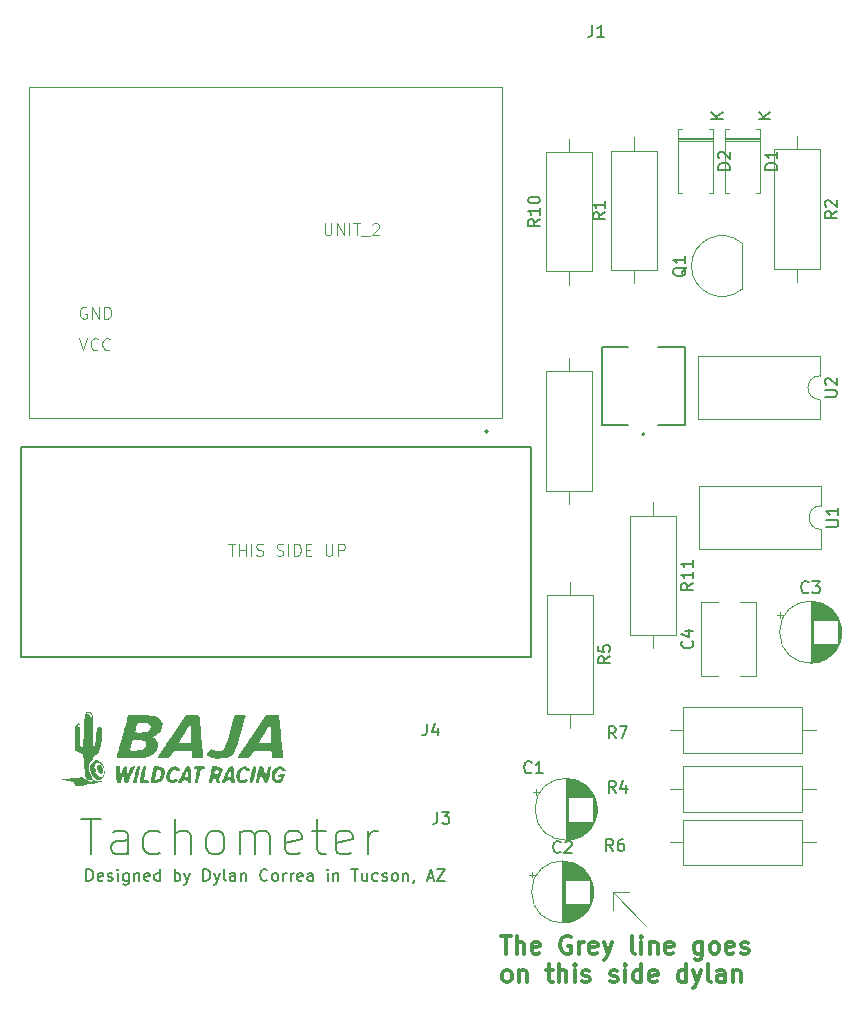
<source format=gbr>
%TF.GenerationSoftware,KiCad,Pcbnew,8.0.6*%
%TF.CreationDate,2025-02-27T20:48:21-07:00*%
%TF.ProjectId,Tachometerkicad,54616368-6f6d-4657-9465-726b69636164,rev?*%
%TF.SameCoordinates,Original*%
%TF.FileFunction,Legend,Top*%
%TF.FilePolarity,Positive*%
%FSLAX46Y46*%
G04 Gerber Fmt 4.6, Leading zero omitted, Abs format (unit mm)*
G04 Created by KiCad (PCBNEW 8.0.6) date 2025-02-27 20:48:21*
%MOMM*%
%LPD*%
G01*
G04 APERTURE LIST*
%ADD10C,0.100000*%
%ADD11C,0.300000*%
%ADD12C,0.150000*%
%ADD13C,0.120000*%
%ADD14C,0.127000*%
%ADD15C,0.200000*%
%ADD16C,0.000000*%
G04 APERTURE END LIST*
D10*
X61451027Y-87032419D02*
X62022455Y-87032419D01*
X61736741Y-88032419D02*
X61736741Y-87032419D01*
X62355789Y-88032419D02*
X62355789Y-87032419D01*
X62355789Y-87508609D02*
X62927217Y-87508609D01*
X62927217Y-88032419D02*
X62927217Y-87032419D01*
X63403408Y-88032419D02*
X63403408Y-87032419D01*
X63831979Y-87984800D02*
X63974836Y-88032419D01*
X63974836Y-88032419D02*
X64212931Y-88032419D01*
X64212931Y-88032419D02*
X64308169Y-87984800D01*
X64308169Y-87984800D02*
X64355788Y-87937180D01*
X64355788Y-87937180D02*
X64403407Y-87841942D01*
X64403407Y-87841942D02*
X64403407Y-87746704D01*
X64403407Y-87746704D02*
X64355788Y-87651466D01*
X64355788Y-87651466D02*
X64308169Y-87603847D01*
X64308169Y-87603847D02*
X64212931Y-87556228D01*
X64212931Y-87556228D02*
X64022455Y-87508609D01*
X64022455Y-87508609D02*
X63927217Y-87460990D01*
X63927217Y-87460990D02*
X63879598Y-87413371D01*
X63879598Y-87413371D02*
X63831979Y-87318133D01*
X63831979Y-87318133D02*
X63831979Y-87222895D01*
X63831979Y-87222895D02*
X63879598Y-87127657D01*
X63879598Y-87127657D02*
X63927217Y-87080038D01*
X63927217Y-87080038D02*
X64022455Y-87032419D01*
X64022455Y-87032419D02*
X64260550Y-87032419D01*
X64260550Y-87032419D02*
X64403407Y-87080038D01*
X65546265Y-87984800D02*
X65689122Y-88032419D01*
X65689122Y-88032419D02*
X65927217Y-88032419D01*
X65927217Y-88032419D02*
X66022455Y-87984800D01*
X66022455Y-87984800D02*
X66070074Y-87937180D01*
X66070074Y-87937180D02*
X66117693Y-87841942D01*
X66117693Y-87841942D02*
X66117693Y-87746704D01*
X66117693Y-87746704D02*
X66070074Y-87651466D01*
X66070074Y-87651466D02*
X66022455Y-87603847D01*
X66022455Y-87603847D02*
X65927217Y-87556228D01*
X65927217Y-87556228D02*
X65736741Y-87508609D01*
X65736741Y-87508609D02*
X65641503Y-87460990D01*
X65641503Y-87460990D02*
X65593884Y-87413371D01*
X65593884Y-87413371D02*
X65546265Y-87318133D01*
X65546265Y-87318133D02*
X65546265Y-87222895D01*
X65546265Y-87222895D02*
X65593884Y-87127657D01*
X65593884Y-87127657D02*
X65641503Y-87080038D01*
X65641503Y-87080038D02*
X65736741Y-87032419D01*
X65736741Y-87032419D02*
X65974836Y-87032419D01*
X65974836Y-87032419D02*
X66117693Y-87080038D01*
X66546265Y-88032419D02*
X66546265Y-87032419D01*
X67022455Y-88032419D02*
X67022455Y-87032419D01*
X67022455Y-87032419D02*
X67260550Y-87032419D01*
X67260550Y-87032419D02*
X67403407Y-87080038D01*
X67403407Y-87080038D02*
X67498645Y-87175276D01*
X67498645Y-87175276D02*
X67546264Y-87270514D01*
X67546264Y-87270514D02*
X67593883Y-87460990D01*
X67593883Y-87460990D02*
X67593883Y-87603847D01*
X67593883Y-87603847D02*
X67546264Y-87794323D01*
X67546264Y-87794323D02*
X67498645Y-87889561D01*
X67498645Y-87889561D02*
X67403407Y-87984800D01*
X67403407Y-87984800D02*
X67260550Y-88032419D01*
X67260550Y-88032419D02*
X67022455Y-88032419D01*
X68022455Y-87508609D02*
X68355788Y-87508609D01*
X68498645Y-88032419D02*
X68022455Y-88032419D01*
X68022455Y-88032419D02*
X68022455Y-87032419D01*
X68022455Y-87032419D02*
X68498645Y-87032419D01*
X69689122Y-87032419D02*
X69689122Y-87841942D01*
X69689122Y-87841942D02*
X69736741Y-87937180D01*
X69736741Y-87937180D02*
X69784360Y-87984800D01*
X69784360Y-87984800D02*
X69879598Y-88032419D01*
X69879598Y-88032419D02*
X70070074Y-88032419D01*
X70070074Y-88032419D02*
X70165312Y-87984800D01*
X70165312Y-87984800D02*
X70212931Y-87937180D01*
X70212931Y-87937180D02*
X70260550Y-87841942D01*
X70260550Y-87841942D02*
X70260550Y-87032419D01*
X70736741Y-88032419D02*
X70736741Y-87032419D01*
X70736741Y-87032419D02*
X71117693Y-87032419D01*
X71117693Y-87032419D02*
X71212931Y-87080038D01*
X71212931Y-87080038D02*
X71260550Y-87127657D01*
X71260550Y-87127657D02*
X71308169Y-87222895D01*
X71308169Y-87222895D02*
X71308169Y-87365752D01*
X71308169Y-87365752D02*
X71260550Y-87460990D01*
X71260550Y-87460990D02*
X71212931Y-87508609D01*
X71212931Y-87508609D02*
X71117693Y-87556228D01*
X71117693Y-87556228D02*
X70736741Y-87556228D01*
X94010000Y-116530000D02*
X95350000Y-116530000D01*
X94010000Y-118010000D02*
X94010000Y-116530000D01*
X94010000Y-116530000D02*
X94010000Y-118010000D01*
X96750000Y-119270000D02*
X94010000Y-116530000D01*
D11*
X84510225Y-120225912D02*
X85367368Y-120225912D01*
X84938796Y-121725912D02*
X84938796Y-120225912D01*
X85867367Y-121725912D02*
X85867367Y-120225912D01*
X86510225Y-121725912D02*
X86510225Y-120940198D01*
X86510225Y-120940198D02*
X86438796Y-120797341D01*
X86438796Y-120797341D02*
X86295939Y-120725912D01*
X86295939Y-120725912D02*
X86081653Y-120725912D01*
X86081653Y-120725912D02*
X85938796Y-120797341D01*
X85938796Y-120797341D02*
X85867367Y-120868769D01*
X87795939Y-121654484D02*
X87653082Y-121725912D01*
X87653082Y-121725912D02*
X87367368Y-121725912D01*
X87367368Y-121725912D02*
X87224510Y-121654484D01*
X87224510Y-121654484D02*
X87153082Y-121511626D01*
X87153082Y-121511626D02*
X87153082Y-120940198D01*
X87153082Y-120940198D02*
X87224510Y-120797341D01*
X87224510Y-120797341D02*
X87367368Y-120725912D01*
X87367368Y-120725912D02*
X87653082Y-120725912D01*
X87653082Y-120725912D02*
X87795939Y-120797341D01*
X87795939Y-120797341D02*
X87867368Y-120940198D01*
X87867368Y-120940198D02*
X87867368Y-121083055D01*
X87867368Y-121083055D02*
X87153082Y-121225912D01*
X90438796Y-120297341D02*
X90295939Y-120225912D01*
X90295939Y-120225912D02*
X90081653Y-120225912D01*
X90081653Y-120225912D02*
X89867367Y-120297341D01*
X89867367Y-120297341D02*
X89724510Y-120440198D01*
X89724510Y-120440198D02*
X89653081Y-120583055D01*
X89653081Y-120583055D02*
X89581653Y-120868769D01*
X89581653Y-120868769D02*
X89581653Y-121083055D01*
X89581653Y-121083055D02*
X89653081Y-121368769D01*
X89653081Y-121368769D02*
X89724510Y-121511626D01*
X89724510Y-121511626D02*
X89867367Y-121654484D01*
X89867367Y-121654484D02*
X90081653Y-121725912D01*
X90081653Y-121725912D02*
X90224510Y-121725912D01*
X90224510Y-121725912D02*
X90438796Y-121654484D01*
X90438796Y-121654484D02*
X90510224Y-121583055D01*
X90510224Y-121583055D02*
X90510224Y-121083055D01*
X90510224Y-121083055D02*
X90224510Y-121083055D01*
X91153081Y-121725912D02*
X91153081Y-120725912D01*
X91153081Y-121011626D02*
X91224510Y-120868769D01*
X91224510Y-120868769D02*
X91295939Y-120797341D01*
X91295939Y-120797341D02*
X91438796Y-120725912D01*
X91438796Y-120725912D02*
X91581653Y-120725912D01*
X92653081Y-121654484D02*
X92510224Y-121725912D01*
X92510224Y-121725912D02*
X92224510Y-121725912D01*
X92224510Y-121725912D02*
X92081652Y-121654484D01*
X92081652Y-121654484D02*
X92010224Y-121511626D01*
X92010224Y-121511626D02*
X92010224Y-120940198D01*
X92010224Y-120940198D02*
X92081652Y-120797341D01*
X92081652Y-120797341D02*
X92224510Y-120725912D01*
X92224510Y-120725912D02*
X92510224Y-120725912D01*
X92510224Y-120725912D02*
X92653081Y-120797341D01*
X92653081Y-120797341D02*
X92724510Y-120940198D01*
X92724510Y-120940198D02*
X92724510Y-121083055D01*
X92724510Y-121083055D02*
X92010224Y-121225912D01*
X93224509Y-120725912D02*
X93581652Y-121725912D01*
X93938795Y-120725912D02*
X93581652Y-121725912D01*
X93581652Y-121725912D02*
X93438795Y-122083055D01*
X93438795Y-122083055D02*
X93367366Y-122154484D01*
X93367366Y-122154484D02*
X93224509Y-122225912D01*
X95867366Y-121725912D02*
X95724509Y-121654484D01*
X95724509Y-121654484D02*
X95653080Y-121511626D01*
X95653080Y-121511626D02*
X95653080Y-120225912D01*
X96438794Y-121725912D02*
X96438794Y-120725912D01*
X96438794Y-120225912D02*
X96367366Y-120297341D01*
X96367366Y-120297341D02*
X96438794Y-120368769D01*
X96438794Y-120368769D02*
X96510223Y-120297341D01*
X96510223Y-120297341D02*
X96438794Y-120225912D01*
X96438794Y-120225912D02*
X96438794Y-120368769D01*
X97153080Y-120725912D02*
X97153080Y-121725912D01*
X97153080Y-120868769D02*
X97224509Y-120797341D01*
X97224509Y-120797341D02*
X97367366Y-120725912D01*
X97367366Y-120725912D02*
X97581652Y-120725912D01*
X97581652Y-120725912D02*
X97724509Y-120797341D01*
X97724509Y-120797341D02*
X97795938Y-120940198D01*
X97795938Y-120940198D02*
X97795938Y-121725912D01*
X99081652Y-121654484D02*
X98938795Y-121725912D01*
X98938795Y-121725912D02*
X98653081Y-121725912D01*
X98653081Y-121725912D02*
X98510223Y-121654484D01*
X98510223Y-121654484D02*
X98438795Y-121511626D01*
X98438795Y-121511626D02*
X98438795Y-120940198D01*
X98438795Y-120940198D02*
X98510223Y-120797341D01*
X98510223Y-120797341D02*
X98653081Y-120725912D01*
X98653081Y-120725912D02*
X98938795Y-120725912D01*
X98938795Y-120725912D02*
X99081652Y-120797341D01*
X99081652Y-120797341D02*
X99153081Y-120940198D01*
X99153081Y-120940198D02*
X99153081Y-121083055D01*
X99153081Y-121083055D02*
X98438795Y-121225912D01*
X101581652Y-120725912D02*
X101581652Y-121940198D01*
X101581652Y-121940198D02*
X101510223Y-122083055D01*
X101510223Y-122083055D02*
X101438794Y-122154484D01*
X101438794Y-122154484D02*
X101295937Y-122225912D01*
X101295937Y-122225912D02*
X101081652Y-122225912D01*
X101081652Y-122225912D02*
X100938794Y-122154484D01*
X101581652Y-121654484D02*
X101438794Y-121725912D01*
X101438794Y-121725912D02*
X101153080Y-121725912D01*
X101153080Y-121725912D02*
X101010223Y-121654484D01*
X101010223Y-121654484D02*
X100938794Y-121583055D01*
X100938794Y-121583055D02*
X100867366Y-121440198D01*
X100867366Y-121440198D02*
X100867366Y-121011626D01*
X100867366Y-121011626D02*
X100938794Y-120868769D01*
X100938794Y-120868769D02*
X101010223Y-120797341D01*
X101010223Y-120797341D02*
X101153080Y-120725912D01*
X101153080Y-120725912D02*
X101438794Y-120725912D01*
X101438794Y-120725912D02*
X101581652Y-120797341D01*
X102510223Y-121725912D02*
X102367366Y-121654484D01*
X102367366Y-121654484D02*
X102295937Y-121583055D01*
X102295937Y-121583055D02*
X102224509Y-121440198D01*
X102224509Y-121440198D02*
X102224509Y-121011626D01*
X102224509Y-121011626D02*
X102295937Y-120868769D01*
X102295937Y-120868769D02*
X102367366Y-120797341D01*
X102367366Y-120797341D02*
X102510223Y-120725912D01*
X102510223Y-120725912D02*
X102724509Y-120725912D01*
X102724509Y-120725912D02*
X102867366Y-120797341D01*
X102867366Y-120797341D02*
X102938795Y-120868769D01*
X102938795Y-120868769D02*
X103010223Y-121011626D01*
X103010223Y-121011626D02*
X103010223Y-121440198D01*
X103010223Y-121440198D02*
X102938795Y-121583055D01*
X102938795Y-121583055D02*
X102867366Y-121654484D01*
X102867366Y-121654484D02*
X102724509Y-121725912D01*
X102724509Y-121725912D02*
X102510223Y-121725912D01*
X104224509Y-121654484D02*
X104081652Y-121725912D01*
X104081652Y-121725912D02*
X103795938Y-121725912D01*
X103795938Y-121725912D02*
X103653080Y-121654484D01*
X103653080Y-121654484D02*
X103581652Y-121511626D01*
X103581652Y-121511626D02*
X103581652Y-120940198D01*
X103581652Y-120940198D02*
X103653080Y-120797341D01*
X103653080Y-120797341D02*
X103795938Y-120725912D01*
X103795938Y-120725912D02*
X104081652Y-120725912D01*
X104081652Y-120725912D02*
X104224509Y-120797341D01*
X104224509Y-120797341D02*
X104295938Y-120940198D01*
X104295938Y-120940198D02*
X104295938Y-121083055D01*
X104295938Y-121083055D02*
X103581652Y-121225912D01*
X104867366Y-121654484D02*
X105010223Y-121725912D01*
X105010223Y-121725912D02*
X105295937Y-121725912D01*
X105295937Y-121725912D02*
X105438794Y-121654484D01*
X105438794Y-121654484D02*
X105510223Y-121511626D01*
X105510223Y-121511626D02*
X105510223Y-121440198D01*
X105510223Y-121440198D02*
X105438794Y-121297341D01*
X105438794Y-121297341D02*
X105295937Y-121225912D01*
X105295937Y-121225912D02*
X105081652Y-121225912D01*
X105081652Y-121225912D02*
X104938794Y-121154484D01*
X104938794Y-121154484D02*
X104867366Y-121011626D01*
X104867366Y-121011626D02*
X104867366Y-120940198D01*
X104867366Y-120940198D02*
X104938794Y-120797341D01*
X104938794Y-120797341D02*
X105081652Y-120725912D01*
X105081652Y-120725912D02*
X105295937Y-120725912D01*
X105295937Y-120725912D02*
X105438794Y-120797341D01*
X84938796Y-124140828D02*
X84795939Y-124069400D01*
X84795939Y-124069400D02*
X84724510Y-123997971D01*
X84724510Y-123997971D02*
X84653082Y-123855114D01*
X84653082Y-123855114D02*
X84653082Y-123426542D01*
X84653082Y-123426542D02*
X84724510Y-123283685D01*
X84724510Y-123283685D02*
X84795939Y-123212257D01*
X84795939Y-123212257D02*
X84938796Y-123140828D01*
X84938796Y-123140828D02*
X85153082Y-123140828D01*
X85153082Y-123140828D02*
X85295939Y-123212257D01*
X85295939Y-123212257D02*
X85367368Y-123283685D01*
X85367368Y-123283685D02*
X85438796Y-123426542D01*
X85438796Y-123426542D02*
X85438796Y-123855114D01*
X85438796Y-123855114D02*
X85367368Y-123997971D01*
X85367368Y-123997971D02*
X85295939Y-124069400D01*
X85295939Y-124069400D02*
X85153082Y-124140828D01*
X85153082Y-124140828D02*
X84938796Y-124140828D01*
X86081653Y-123140828D02*
X86081653Y-124140828D01*
X86081653Y-123283685D02*
X86153082Y-123212257D01*
X86153082Y-123212257D02*
X86295939Y-123140828D01*
X86295939Y-123140828D02*
X86510225Y-123140828D01*
X86510225Y-123140828D02*
X86653082Y-123212257D01*
X86653082Y-123212257D02*
X86724511Y-123355114D01*
X86724511Y-123355114D02*
X86724511Y-124140828D01*
X88367368Y-123140828D02*
X88938796Y-123140828D01*
X88581653Y-122640828D02*
X88581653Y-123926542D01*
X88581653Y-123926542D02*
X88653082Y-124069400D01*
X88653082Y-124069400D02*
X88795939Y-124140828D01*
X88795939Y-124140828D02*
X88938796Y-124140828D01*
X89438796Y-124140828D02*
X89438796Y-122640828D01*
X90081654Y-124140828D02*
X90081654Y-123355114D01*
X90081654Y-123355114D02*
X90010225Y-123212257D01*
X90010225Y-123212257D02*
X89867368Y-123140828D01*
X89867368Y-123140828D02*
X89653082Y-123140828D01*
X89653082Y-123140828D02*
X89510225Y-123212257D01*
X89510225Y-123212257D02*
X89438796Y-123283685D01*
X90795939Y-124140828D02*
X90795939Y-123140828D01*
X90795939Y-122640828D02*
X90724511Y-122712257D01*
X90724511Y-122712257D02*
X90795939Y-122783685D01*
X90795939Y-122783685D02*
X90867368Y-122712257D01*
X90867368Y-122712257D02*
X90795939Y-122640828D01*
X90795939Y-122640828D02*
X90795939Y-122783685D01*
X91438797Y-124069400D02*
X91581654Y-124140828D01*
X91581654Y-124140828D02*
X91867368Y-124140828D01*
X91867368Y-124140828D02*
X92010225Y-124069400D01*
X92010225Y-124069400D02*
X92081654Y-123926542D01*
X92081654Y-123926542D02*
X92081654Y-123855114D01*
X92081654Y-123855114D02*
X92010225Y-123712257D01*
X92010225Y-123712257D02*
X91867368Y-123640828D01*
X91867368Y-123640828D02*
X91653083Y-123640828D01*
X91653083Y-123640828D02*
X91510225Y-123569400D01*
X91510225Y-123569400D02*
X91438797Y-123426542D01*
X91438797Y-123426542D02*
X91438797Y-123355114D01*
X91438797Y-123355114D02*
X91510225Y-123212257D01*
X91510225Y-123212257D02*
X91653083Y-123140828D01*
X91653083Y-123140828D02*
X91867368Y-123140828D01*
X91867368Y-123140828D02*
X92010225Y-123212257D01*
X93795940Y-124069400D02*
X93938797Y-124140828D01*
X93938797Y-124140828D02*
X94224511Y-124140828D01*
X94224511Y-124140828D02*
X94367368Y-124069400D01*
X94367368Y-124069400D02*
X94438797Y-123926542D01*
X94438797Y-123926542D02*
X94438797Y-123855114D01*
X94438797Y-123855114D02*
X94367368Y-123712257D01*
X94367368Y-123712257D02*
X94224511Y-123640828D01*
X94224511Y-123640828D02*
X94010226Y-123640828D01*
X94010226Y-123640828D02*
X93867368Y-123569400D01*
X93867368Y-123569400D02*
X93795940Y-123426542D01*
X93795940Y-123426542D02*
X93795940Y-123355114D01*
X93795940Y-123355114D02*
X93867368Y-123212257D01*
X93867368Y-123212257D02*
X94010226Y-123140828D01*
X94010226Y-123140828D02*
X94224511Y-123140828D01*
X94224511Y-123140828D02*
X94367368Y-123212257D01*
X95081654Y-124140828D02*
X95081654Y-123140828D01*
X95081654Y-122640828D02*
X95010226Y-122712257D01*
X95010226Y-122712257D02*
X95081654Y-122783685D01*
X95081654Y-122783685D02*
X95153083Y-122712257D01*
X95153083Y-122712257D02*
X95081654Y-122640828D01*
X95081654Y-122640828D02*
X95081654Y-122783685D01*
X96438798Y-124140828D02*
X96438798Y-122640828D01*
X96438798Y-124069400D02*
X96295940Y-124140828D01*
X96295940Y-124140828D02*
X96010226Y-124140828D01*
X96010226Y-124140828D02*
X95867369Y-124069400D01*
X95867369Y-124069400D02*
X95795940Y-123997971D01*
X95795940Y-123997971D02*
X95724512Y-123855114D01*
X95724512Y-123855114D02*
X95724512Y-123426542D01*
X95724512Y-123426542D02*
X95795940Y-123283685D01*
X95795940Y-123283685D02*
X95867369Y-123212257D01*
X95867369Y-123212257D02*
X96010226Y-123140828D01*
X96010226Y-123140828D02*
X96295940Y-123140828D01*
X96295940Y-123140828D02*
X96438798Y-123212257D01*
X97724512Y-124069400D02*
X97581655Y-124140828D01*
X97581655Y-124140828D02*
X97295941Y-124140828D01*
X97295941Y-124140828D02*
X97153083Y-124069400D01*
X97153083Y-124069400D02*
X97081655Y-123926542D01*
X97081655Y-123926542D02*
X97081655Y-123355114D01*
X97081655Y-123355114D02*
X97153083Y-123212257D01*
X97153083Y-123212257D02*
X97295941Y-123140828D01*
X97295941Y-123140828D02*
X97581655Y-123140828D01*
X97581655Y-123140828D02*
X97724512Y-123212257D01*
X97724512Y-123212257D02*
X97795941Y-123355114D01*
X97795941Y-123355114D02*
X97795941Y-123497971D01*
X97795941Y-123497971D02*
X97081655Y-123640828D01*
X100224512Y-124140828D02*
X100224512Y-122640828D01*
X100224512Y-124069400D02*
X100081654Y-124140828D01*
X100081654Y-124140828D02*
X99795940Y-124140828D01*
X99795940Y-124140828D02*
X99653083Y-124069400D01*
X99653083Y-124069400D02*
X99581654Y-123997971D01*
X99581654Y-123997971D02*
X99510226Y-123855114D01*
X99510226Y-123855114D02*
X99510226Y-123426542D01*
X99510226Y-123426542D02*
X99581654Y-123283685D01*
X99581654Y-123283685D02*
X99653083Y-123212257D01*
X99653083Y-123212257D02*
X99795940Y-123140828D01*
X99795940Y-123140828D02*
X100081654Y-123140828D01*
X100081654Y-123140828D02*
X100224512Y-123212257D01*
X100795940Y-123140828D02*
X101153083Y-124140828D01*
X101510226Y-123140828D02*
X101153083Y-124140828D01*
X101153083Y-124140828D02*
X101010226Y-124497971D01*
X101010226Y-124497971D02*
X100938797Y-124569400D01*
X100938797Y-124569400D02*
X100795940Y-124640828D01*
X102295940Y-124140828D02*
X102153083Y-124069400D01*
X102153083Y-124069400D02*
X102081654Y-123926542D01*
X102081654Y-123926542D02*
X102081654Y-122640828D01*
X103510226Y-124140828D02*
X103510226Y-123355114D01*
X103510226Y-123355114D02*
X103438797Y-123212257D01*
X103438797Y-123212257D02*
X103295940Y-123140828D01*
X103295940Y-123140828D02*
X103010226Y-123140828D01*
X103010226Y-123140828D02*
X102867368Y-123212257D01*
X103510226Y-124069400D02*
X103367368Y-124140828D01*
X103367368Y-124140828D02*
X103010226Y-124140828D01*
X103010226Y-124140828D02*
X102867368Y-124069400D01*
X102867368Y-124069400D02*
X102795940Y-123926542D01*
X102795940Y-123926542D02*
X102795940Y-123783685D01*
X102795940Y-123783685D02*
X102867368Y-123640828D01*
X102867368Y-123640828D02*
X103010226Y-123569400D01*
X103010226Y-123569400D02*
X103367368Y-123569400D01*
X103367368Y-123569400D02*
X103510226Y-123497971D01*
X104224511Y-123140828D02*
X104224511Y-124140828D01*
X104224511Y-123283685D02*
X104295940Y-123212257D01*
X104295940Y-123212257D02*
X104438797Y-123140828D01*
X104438797Y-123140828D02*
X104653083Y-123140828D01*
X104653083Y-123140828D02*
X104795940Y-123212257D01*
X104795940Y-123212257D02*
X104867369Y-123355114D01*
X104867369Y-123355114D02*
X104867369Y-124140828D01*
D12*
X48984398Y-110325057D02*
X50698684Y-110325057D01*
X49841541Y-113325057D02*
X49841541Y-110325057D01*
X52984398Y-113325057D02*
X52984398Y-111753628D01*
X52984398Y-111753628D02*
X52841540Y-111467914D01*
X52841540Y-111467914D02*
X52555826Y-111325057D01*
X52555826Y-111325057D02*
X51984398Y-111325057D01*
X51984398Y-111325057D02*
X51698683Y-111467914D01*
X52984398Y-113182200D02*
X52698683Y-113325057D01*
X52698683Y-113325057D02*
X51984398Y-113325057D01*
X51984398Y-113325057D02*
X51698683Y-113182200D01*
X51698683Y-113182200D02*
X51555826Y-112896485D01*
X51555826Y-112896485D02*
X51555826Y-112610771D01*
X51555826Y-112610771D02*
X51698683Y-112325057D01*
X51698683Y-112325057D02*
X51984398Y-112182200D01*
X51984398Y-112182200D02*
X52698683Y-112182200D01*
X52698683Y-112182200D02*
X52984398Y-112039342D01*
X55698684Y-113182200D02*
X55412969Y-113325057D01*
X55412969Y-113325057D02*
X54841541Y-113325057D01*
X54841541Y-113325057D02*
X54555826Y-113182200D01*
X54555826Y-113182200D02*
X54412969Y-113039342D01*
X54412969Y-113039342D02*
X54270112Y-112753628D01*
X54270112Y-112753628D02*
X54270112Y-111896485D01*
X54270112Y-111896485D02*
X54412969Y-111610771D01*
X54412969Y-111610771D02*
X54555826Y-111467914D01*
X54555826Y-111467914D02*
X54841541Y-111325057D01*
X54841541Y-111325057D02*
X55412969Y-111325057D01*
X55412969Y-111325057D02*
X55698684Y-111467914D01*
X56984398Y-113325057D02*
X56984398Y-110325057D01*
X58270113Y-113325057D02*
X58270113Y-111753628D01*
X58270113Y-111753628D02*
X58127255Y-111467914D01*
X58127255Y-111467914D02*
X57841541Y-111325057D01*
X57841541Y-111325057D02*
X57412970Y-111325057D01*
X57412970Y-111325057D02*
X57127255Y-111467914D01*
X57127255Y-111467914D02*
X56984398Y-111610771D01*
X60127256Y-113325057D02*
X59841541Y-113182200D01*
X59841541Y-113182200D02*
X59698684Y-113039342D01*
X59698684Y-113039342D02*
X59555827Y-112753628D01*
X59555827Y-112753628D02*
X59555827Y-111896485D01*
X59555827Y-111896485D02*
X59698684Y-111610771D01*
X59698684Y-111610771D02*
X59841541Y-111467914D01*
X59841541Y-111467914D02*
X60127256Y-111325057D01*
X60127256Y-111325057D02*
X60555827Y-111325057D01*
X60555827Y-111325057D02*
X60841541Y-111467914D01*
X60841541Y-111467914D02*
X60984399Y-111610771D01*
X60984399Y-111610771D02*
X61127256Y-111896485D01*
X61127256Y-111896485D02*
X61127256Y-112753628D01*
X61127256Y-112753628D02*
X60984399Y-113039342D01*
X60984399Y-113039342D02*
X60841541Y-113182200D01*
X60841541Y-113182200D02*
X60555827Y-113325057D01*
X60555827Y-113325057D02*
X60127256Y-113325057D01*
X62412970Y-113325057D02*
X62412970Y-111325057D01*
X62412970Y-111610771D02*
X62555827Y-111467914D01*
X62555827Y-111467914D02*
X62841542Y-111325057D01*
X62841542Y-111325057D02*
X63270113Y-111325057D01*
X63270113Y-111325057D02*
X63555827Y-111467914D01*
X63555827Y-111467914D02*
X63698685Y-111753628D01*
X63698685Y-111753628D02*
X63698685Y-113325057D01*
X63698685Y-111753628D02*
X63841542Y-111467914D01*
X63841542Y-111467914D02*
X64127256Y-111325057D01*
X64127256Y-111325057D02*
X64555827Y-111325057D01*
X64555827Y-111325057D02*
X64841542Y-111467914D01*
X64841542Y-111467914D02*
X64984399Y-111753628D01*
X64984399Y-111753628D02*
X64984399Y-113325057D01*
X67555827Y-113182200D02*
X67270113Y-113325057D01*
X67270113Y-113325057D02*
X66698685Y-113325057D01*
X66698685Y-113325057D02*
X66412970Y-113182200D01*
X66412970Y-113182200D02*
X66270113Y-112896485D01*
X66270113Y-112896485D02*
X66270113Y-111753628D01*
X66270113Y-111753628D02*
X66412970Y-111467914D01*
X66412970Y-111467914D02*
X66698685Y-111325057D01*
X66698685Y-111325057D02*
X67270113Y-111325057D01*
X67270113Y-111325057D02*
X67555827Y-111467914D01*
X67555827Y-111467914D02*
X67698685Y-111753628D01*
X67698685Y-111753628D02*
X67698685Y-112039342D01*
X67698685Y-112039342D02*
X66270113Y-112325057D01*
X68555828Y-111325057D02*
X69698685Y-111325057D01*
X68984399Y-110325057D02*
X68984399Y-112896485D01*
X68984399Y-112896485D02*
X69127256Y-113182200D01*
X69127256Y-113182200D02*
X69412971Y-113325057D01*
X69412971Y-113325057D02*
X69698685Y-113325057D01*
X71841542Y-113182200D02*
X71555828Y-113325057D01*
X71555828Y-113325057D02*
X70984400Y-113325057D01*
X70984400Y-113325057D02*
X70698685Y-113182200D01*
X70698685Y-113182200D02*
X70555828Y-112896485D01*
X70555828Y-112896485D02*
X70555828Y-111753628D01*
X70555828Y-111753628D02*
X70698685Y-111467914D01*
X70698685Y-111467914D02*
X70984400Y-111325057D01*
X70984400Y-111325057D02*
X71555828Y-111325057D01*
X71555828Y-111325057D02*
X71841542Y-111467914D01*
X71841542Y-111467914D02*
X71984400Y-111753628D01*
X71984400Y-111753628D02*
X71984400Y-112039342D01*
X71984400Y-112039342D02*
X70555828Y-112325057D01*
X73270114Y-113325057D02*
X73270114Y-111325057D01*
X73270114Y-111896485D02*
X73412971Y-111610771D01*
X73412971Y-111610771D02*
X73555829Y-111467914D01*
X73555829Y-111467914D02*
X73841543Y-111325057D01*
X73841543Y-111325057D02*
X74127257Y-111325057D01*
X49436779Y-115569819D02*
X49436779Y-114569819D01*
X49436779Y-114569819D02*
X49674874Y-114569819D01*
X49674874Y-114569819D02*
X49817731Y-114617438D01*
X49817731Y-114617438D02*
X49912969Y-114712676D01*
X49912969Y-114712676D02*
X49960588Y-114807914D01*
X49960588Y-114807914D02*
X50008207Y-114998390D01*
X50008207Y-114998390D02*
X50008207Y-115141247D01*
X50008207Y-115141247D02*
X49960588Y-115331723D01*
X49960588Y-115331723D02*
X49912969Y-115426961D01*
X49912969Y-115426961D02*
X49817731Y-115522200D01*
X49817731Y-115522200D02*
X49674874Y-115569819D01*
X49674874Y-115569819D02*
X49436779Y-115569819D01*
X50817731Y-115522200D02*
X50722493Y-115569819D01*
X50722493Y-115569819D02*
X50532017Y-115569819D01*
X50532017Y-115569819D02*
X50436779Y-115522200D01*
X50436779Y-115522200D02*
X50389160Y-115426961D01*
X50389160Y-115426961D02*
X50389160Y-115046009D01*
X50389160Y-115046009D02*
X50436779Y-114950771D01*
X50436779Y-114950771D02*
X50532017Y-114903152D01*
X50532017Y-114903152D02*
X50722493Y-114903152D01*
X50722493Y-114903152D02*
X50817731Y-114950771D01*
X50817731Y-114950771D02*
X50865350Y-115046009D01*
X50865350Y-115046009D02*
X50865350Y-115141247D01*
X50865350Y-115141247D02*
X50389160Y-115236485D01*
X51246303Y-115522200D02*
X51341541Y-115569819D01*
X51341541Y-115569819D02*
X51532017Y-115569819D01*
X51532017Y-115569819D02*
X51627255Y-115522200D01*
X51627255Y-115522200D02*
X51674874Y-115426961D01*
X51674874Y-115426961D02*
X51674874Y-115379342D01*
X51674874Y-115379342D02*
X51627255Y-115284104D01*
X51627255Y-115284104D02*
X51532017Y-115236485D01*
X51532017Y-115236485D02*
X51389160Y-115236485D01*
X51389160Y-115236485D02*
X51293922Y-115188866D01*
X51293922Y-115188866D02*
X51246303Y-115093628D01*
X51246303Y-115093628D02*
X51246303Y-115046009D01*
X51246303Y-115046009D02*
X51293922Y-114950771D01*
X51293922Y-114950771D02*
X51389160Y-114903152D01*
X51389160Y-114903152D02*
X51532017Y-114903152D01*
X51532017Y-114903152D02*
X51627255Y-114950771D01*
X52103446Y-115569819D02*
X52103446Y-114903152D01*
X52103446Y-114569819D02*
X52055827Y-114617438D01*
X52055827Y-114617438D02*
X52103446Y-114665057D01*
X52103446Y-114665057D02*
X52151065Y-114617438D01*
X52151065Y-114617438D02*
X52103446Y-114569819D01*
X52103446Y-114569819D02*
X52103446Y-114665057D01*
X53008207Y-114903152D02*
X53008207Y-115712676D01*
X53008207Y-115712676D02*
X52960588Y-115807914D01*
X52960588Y-115807914D02*
X52912969Y-115855533D01*
X52912969Y-115855533D02*
X52817731Y-115903152D01*
X52817731Y-115903152D02*
X52674874Y-115903152D01*
X52674874Y-115903152D02*
X52579636Y-115855533D01*
X53008207Y-115522200D02*
X52912969Y-115569819D01*
X52912969Y-115569819D02*
X52722493Y-115569819D01*
X52722493Y-115569819D02*
X52627255Y-115522200D01*
X52627255Y-115522200D02*
X52579636Y-115474580D01*
X52579636Y-115474580D02*
X52532017Y-115379342D01*
X52532017Y-115379342D02*
X52532017Y-115093628D01*
X52532017Y-115093628D02*
X52579636Y-114998390D01*
X52579636Y-114998390D02*
X52627255Y-114950771D01*
X52627255Y-114950771D02*
X52722493Y-114903152D01*
X52722493Y-114903152D02*
X52912969Y-114903152D01*
X52912969Y-114903152D02*
X53008207Y-114950771D01*
X53484398Y-114903152D02*
X53484398Y-115569819D01*
X53484398Y-114998390D02*
X53532017Y-114950771D01*
X53532017Y-114950771D02*
X53627255Y-114903152D01*
X53627255Y-114903152D02*
X53770112Y-114903152D01*
X53770112Y-114903152D02*
X53865350Y-114950771D01*
X53865350Y-114950771D02*
X53912969Y-115046009D01*
X53912969Y-115046009D02*
X53912969Y-115569819D01*
X54770112Y-115522200D02*
X54674874Y-115569819D01*
X54674874Y-115569819D02*
X54484398Y-115569819D01*
X54484398Y-115569819D02*
X54389160Y-115522200D01*
X54389160Y-115522200D02*
X54341541Y-115426961D01*
X54341541Y-115426961D02*
X54341541Y-115046009D01*
X54341541Y-115046009D02*
X54389160Y-114950771D01*
X54389160Y-114950771D02*
X54484398Y-114903152D01*
X54484398Y-114903152D02*
X54674874Y-114903152D01*
X54674874Y-114903152D02*
X54770112Y-114950771D01*
X54770112Y-114950771D02*
X54817731Y-115046009D01*
X54817731Y-115046009D02*
X54817731Y-115141247D01*
X54817731Y-115141247D02*
X54341541Y-115236485D01*
X55674874Y-115569819D02*
X55674874Y-114569819D01*
X55674874Y-115522200D02*
X55579636Y-115569819D01*
X55579636Y-115569819D02*
X55389160Y-115569819D01*
X55389160Y-115569819D02*
X55293922Y-115522200D01*
X55293922Y-115522200D02*
X55246303Y-115474580D01*
X55246303Y-115474580D02*
X55198684Y-115379342D01*
X55198684Y-115379342D02*
X55198684Y-115093628D01*
X55198684Y-115093628D02*
X55246303Y-114998390D01*
X55246303Y-114998390D02*
X55293922Y-114950771D01*
X55293922Y-114950771D02*
X55389160Y-114903152D01*
X55389160Y-114903152D02*
X55579636Y-114903152D01*
X55579636Y-114903152D02*
X55674874Y-114950771D01*
X56912970Y-115569819D02*
X56912970Y-114569819D01*
X56912970Y-114950771D02*
X57008208Y-114903152D01*
X57008208Y-114903152D02*
X57198684Y-114903152D01*
X57198684Y-114903152D02*
X57293922Y-114950771D01*
X57293922Y-114950771D02*
X57341541Y-114998390D01*
X57341541Y-114998390D02*
X57389160Y-115093628D01*
X57389160Y-115093628D02*
X57389160Y-115379342D01*
X57389160Y-115379342D02*
X57341541Y-115474580D01*
X57341541Y-115474580D02*
X57293922Y-115522200D01*
X57293922Y-115522200D02*
X57198684Y-115569819D01*
X57198684Y-115569819D02*
X57008208Y-115569819D01*
X57008208Y-115569819D02*
X56912970Y-115522200D01*
X57722494Y-114903152D02*
X57960589Y-115569819D01*
X58198684Y-114903152D02*
X57960589Y-115569819D01*
X57960589Y-115569819D02*
X57865351Y-115807914D01*
X57865351Y-115807914D02*
X57817732Y-115855533D01*
X57817732Y-115855533D02*
X57722494Y-115903152D01*
X59341542Y-115569819D02*
X59341542Y-114569819D01*
X59341542Y-114569819D02*
X59579637Y-114569819D01*
X59579637Y-114569819D02*
X59722494Y-114617438D01*
X59722494Y-114617438D02*
X59817732Y-114712676D01*
X59817732Y-114712676D02*
X59865351Y-114807914D01*
X59865351Y-114807914D02*
X59912970Y-114998390D01*
X59912970Y-114998390D02*
X59912970Y-115141247D01*
X59912970Y-115141247D02*
X59865351Y-115331723D01*
X59865351Y-115331723D02*
X59817732Y-115426961D01*
X59817732Y-115426961D02*
X59722494Y-115522200D01*
X59722494Y-115522200D02*
X59579637Y-115569819D01*
X59579637Y-115569819D02*
X59341542Y-115569819D01*
X60246304Y-114903152D02*
X60484399Y-115569819D01*
X60722494Y-114903152D02*
X60484399Y-115569819D01*
X60484399Y-115569819D02*
X60389161Y-115807914D01*
X60389161Y-115807914D02*
X60341542Y-115855533D01*
X60341542Y-115855533D02*
X60246304Y-115903152D01*
X61246304Y-115569819D02*
X61151066Y-115522200D01*
X61151066Y-115522200D02*
X61103447Y-115426961D01*
X61103447Y-115426961D02*
X61103447Y-114569819D01*
X62055828Y-115569819D02*
X62055828Y-115046009D01*
X62055828Y-115046009D02*
X62008209Y-114950771D01*
X62008209Y-114950771D02*
X61912971Y-114903152D01*
X61912971Y-114903152D02*
X61722495Y-114903152D01*
X61722495Y-114903152D02*
X61627257Y-114950771D01*
X62055828Y-115522200D02*
X61960590Y-115569819D01*
X61960590Y-115569819D02*
X61722495Y-115569819D01*
X61722495Y-115569819D02*
X61627257Y-115522200D01*
X61627257Y-115522200D02*
X61579638Y-115426961D01*
X61579638Y-115426961D02*
X61579638Y-115331723D01*
X61579638Y-115331723D02*
X61627257Y-115236485D01*
X61627257Y-115236485D02*
X61722495Y-115188866D01*
X61722495Y-115188866D02*
X61960590Y-115188866D01*
X61960590Y-115188866D02*
X62055828Y-115141247D01*
X62532019Y-114903152D02*
X62532019Y-115569819D01*
X62532019Y-114998390D02*
X62579638Y-114950771D01*
X62579638Y-114950771D02*
X62674876Y-114903152D01*
X62674876Y-114903152D02*
X62817733Y-114903152D01*
X62817733Y-114903152D02*
X62912971Y-114950771D01*
X62912971Y-114950771D02*
X62960590Y-115046009D01*
X62960590Y-115046009D02*
X62960590Y-115569819D01*
X64770114Y-115474580D02*
X64722495Y-115522200D01*
X64722495Y-115522200D02*
X64579638Y-115569819D01*
X64579638Y-115569819D02*
X64484400Y-115569819D01*
X64484400Y-115569819D02*
X64341543Y-115522200D01*
X64341543Y-115522200D02*
X64246305Y-115426961D01*
X64246305Y-115426961D02*
X64198686Y-115331723D01*
X64198686Y-115331723D02*
X64151067Y-115141247D01*
X64151067Y-115141247D02*
X64151067Y-114998390D01*
X64151067Y-114998390D02*
X64198686Y-114807914D01*
X64198686Y-114807914D02*
X64246305Y-114712676D01*
X64246305Y-114712676D02*
X64341543Y-114617438D01*
X64341543Y-114617438D02*
X64484400Y-114569819D01*
X64484400Y-114569819D02*
X64579638Y-114569819D01*
X64579638Y-114569819D02*
X64722495Y-114617438D01*
X64722495Y-114617438D02*
X64770114Y-114665057D01*
X65341543Y-115569819D02*
X65246305Y-115522200D01*
X65246305Y-115522200D02*
X65198686Y-115474580D01*
X65198686Y-115474580D02*
X65151067Y-115379342D01*
X65151067Y-115379342D02*
X65151067Y-115093628D01*
X65151067Y-115093628D02*
X65198686Y-114998390D01*
X65198686Y-114998390D02*
X65246305Y-114950771D01*
X65246305Y-114950771D02*
X65341543Y-114903152D01*
X65341543Y-114903152D02*
X65484400Y-114903152D01*
X65484400Y-114903152D02*
X65579638Y-114950771D01*
X65579638Y-114950771D02*
X65627257Y-114998390D01*
X65627257Y-114998390D02*
X65674876Y-115093628D01*
X65674876Y-115093628D02*
X65674876Y-115379342D01*
X65674876Y-115379342D02*
X65627257Y-115474580D01*
X65627257Y-115474580D02*
X65579638Y-115522200D01*
X65579638Y-115522200D02*
X65484400Y-115569819D01*
X65484400Y-115569819D02*
X65341543Y-115569819D01*
X66103448Y-115569819D02*
X66103448Y-114903152D01*
X66103448Y-115093628D02*
X66151067Y-114998390D01*
X66151067Y-114998390D02*
X66198686Y-114950771D01*
X66198686Y-114950771D02*
X66293924Y-114903152D01*
X66293924Y-114903152D02*
X66389162Y-114903152D01*
X66722496Y-115569819D02*
X66722496Y-114903152D01*
X66722496Y-115093628D02*
X66770115Y-114998390D01*
X66770115Y-114998390D02*
X66817734Y-114950771D01*
X66817734Y-114950771D02*
X66912972Y-114903152D01*
X66912972Y-114903152D02*
X67008210Y-114903152D01*
X67722496Y-115522200D02*
X67627258Y-115569819D01*
X67627258Y-115569819D02*
X67436782Y-115569819D01*
X67436782Y-115569819D02*
X67341544Y-115522200D01*
X67341544Y-115522200D02*
X67293925Y-115426961D01*
X67293925Y-115426961D02*
X67293925Y-115046009D01*
X67293925Y-115046009D02*
X67341544Y-114950771D01*
X67341544Y-114950771D02*
X67436782Y-114903152D01*
X67436782Y-114903152D02*
X67627258Y-114903152D01*
X67627258Y-114903152D02*
X67722496Y-114950771D01*
X67722496Y-114950771D02*
X67770115Y-115046009D01*
X67770115Y-115046009D02*
X67770115Y-115141247D01*
X67770115Y-115141247D02*
X67293925Y-115236485D01*
X68627258Y-115569819D02*
X68627258Y-115046009D01*
X68627258Y-115046009D02*
X68579639Y-114950771D01*
X68579639Y-114950771D02*
X68484401Y-114903152D01*
X68484401Y-114903152D02*
X68293925Y-114903152D01*
X68293925Y-114903152D02*
X68198687Y-114950771D01*
X68627258Y-115522200D02*
X68532020Y-115569819D01*
X68532020Y-115569819D02*
X68293925Y-115569819D01*
X68293925Y-115569819D02*
X68198687Y-115522200D01*
X68198687Y-115522200D02*
X68151068Y-115426961D01*
X68151068Y-115426961D02*
X68151068Y-115331723D01*
X68151068Y-115331723D02*
X68198687Y-115236485D01*
X68198687Y-115236485D02*
X68293925Y-115188866D01*
X68293925Y-115188866D02*
X68532020Y-115188866D01*
X68532020Y-115188866D02*
X68627258Y-115141247D01*
X69865354Y-115569819D02*
X69865354Y-114903152D01*
X69865354Y-114569819D02*
X69817735Y-114617438D01*
X69817735Y-114617438D02*
X69865354Y-114665057D01*
X69865354Y-114665057D02*
X69912973Y-114617438D01*
X69912973Y-114617438D02*
X69865354Y-114569819D01*
X69865354Y-114569819D02*
X69865354Y-114665057D01*
X70341544Y-114903152D02*
X70341544Y-115569819D01*
X70341544Y-114998390D02*
X70389163Y-114950771D01*
X70389163Y-114950771D02*
X70484401Y-114903152D01*
X70484401Y-114903152D02*
X70627258Y-114903152D01*
X70627258Y-114903152D02*
X70722496Y-114950771D01*
X70722496Y-114950771D02*
X70770115Y-115046009D01*
X70770115Y-115046009D02*
X70770115Y-115569819D01*
X71865354Y-114569819D02*
X72436782Y-114569819D01*
X72151068Y-115569819D02*
X72151068Y-114569819D01*
X73198687Y-114903152D02*
X73198687Y-115569819D01*
X72770116Y-114903152D02*
X72770116Y-115426961D01*
X72770116Y-115426961D02*
X72817735Y-115522200D01*
X72817735Y-115522200D02*
X72912973Y-115569819D01*
X72912973Y-115569819D02*
X73055830Y-115569819D01*
X73055830Y-115569819D02*
X73151068Y-115522200D01*
X73151068Y-115522200D02*
X73198687Y-115474580D01*
X74103449Y-115522200D02*
X74008211Y-115569819D01*
X74008211Y-115569819D02*
X73817735Y-115569819D01*
X73817735Y-115569819D02*
X73722497Y-115522200D01*
X73722497Y-115522200D02*
X73674878Y-115474580D01*
X73674878Y-115474580D02*
X73627259Y-115379342D01*
X73627259Y-115379342D02*
X73627259Y-115093628D01*
X73627259Y-115093628D02*
X73674878Y-114998390D01*
X73674878Y-114998390D02*
X73722497Y-114950771D01*
X73722497Y-114950771D02*
X73817735Y-114903152D01*
X73817735Y-114903152D02*
X74008211Y-114903152D01*
X74008211Y-114903152D02*
X74103449Y-114950771D01*
X74484402Y-115522200D02*
X74579640Y-115569819D01*
X74579640Y-115569819D02*
X74770116Y-115569819D01*
X74770116Y-115569819D02*
X74865354Y-115522200D01*
X74865354Y-115522200D02*
X74912973Y-115426961D01*
X74912973Y-115426961D02*
X74912973Y-115379342D01*
X74912973Y-115379342D02*
X74865354Y-115284104D01*
X74865354Y-115284104D02*
X74770116Y-115236485D01*
X74770116Y-115236485D02*
X74627259Y-115236485D01*
X74627259Y-115236485D02*
X74532021Y-115188866D01*
X74532021Y-115188866D02*
X74484402Y-115093628D01*
X74484402Y-115093628D02*
X74484402Y-115046009D01*
X74484402Y-115046009D02*
X74532021Y-114950771D01*
X74532021Y-114950771D02*
X74627259Y-114903152D01*
X74627259Y-114903152D02*
X74770116Y-114903152D01*
X74770116Y-114903152D02*
X74865354Y-114950771D01*
X75484402Y-115569819D02*
X75389164Y-115522200D01*
X75389164Y-115522200D02*
X75341545Y-115474580D01*
X75341545Y-115474580D02*
X75293926Y-115379342D01*
X75293926Y-115379342D02*
X75293926Y-115093628D01*
X75293926Y-115093628D02*
X75341545Y-114998390D01*
X75341545Y-114998390D02*
X75389164Y-114950771D01*
X75389164Y-114950771D02*
X75484402Y-114903152D01*
X75484402Y-114903152D02*
X75627259Y-114903152D01*
X75627259Y-114903152D02*
X75722497Y-114950771D01*
X75722497Y-114950771D02*
X75770116Y-114998390D01*
X75770116Y-114998390D02*
X75817735Y-115093628D01*
X75817735Y-115093628D02*
X75817735Y-115379342D01*
X75817735Y-115379342D02*
X75770116Y-115474580D01*
X75770116Y-115474580D02*
X75722497Y-115522200D01*
X75722497Y-115522200D02*
X75627259Y-115569819D01*
X75627259Y-115569819D02*
X75484402Y-115569819D01*
X76246307Y-114903152D02*
X76246307Y-115569819D01*
X76246307Y-114998390D02*
X76293926Y-114950771D01*
X76293926Y-114950771D02*
X76389164Y-114903152D01*
X76389164Y-114903152D02*
X76532021Y-114903152D01*
X76532021Y-114903152D02*
X76627259Y-114950771D01*
X76627259Y-114950771D02*
X76674878Y-115046009D01*
X76674878Y-115046009D02*
X76674878Y-115569819D01*
X77198688Y-115522200D02*
X77198688Y-115569819D01*
X77198688Y-115569819D02*
X77151069Y-115665057D01*
X77151069Y-115665057D02*
X77103450Y-115712676D01*
X78341545Y-115284104D02*
X78817735Y-115284104D01*
X78246307Y-115569819D02*
X78579640Y-114569819D01*
X78579640Y-114569819D02*
X78912973Y-115569819D01*
X79151069Y-114569819D02*
X79817735Y-114569819D01*
X79817735Y-114569819D02*
X79151069Y-115569819D01*
X79151069Y-115569819D02*
X79817735Y-115569819D01*
D10*
X69614286Y-59897419D02*
X69614286Y-60706942D01*
X69614286Y-60706942D02*
X69661905Y-60802180D01*
X69661905Y-60802180D02*
X69709524Y-60849800D01*
X69709524Y-60849800D02*
X69804762Y-60897419D01*
X69804762Y-60897419D02*
X69995238Y-60897419D01*
X69995238Y-60897419D02*
X70090476Y-60849800D01*
X70090476Y-60849800D02*
X70138095Y-60802180D01*
X70138095Y-60802180D02*
X70185714Y-60706942D01*
X70185714Y-60706942D02*
X70185714Y-59897419D01*
X70661905Y-60897419D02*
X70661905Y-59897419D01*
X70661905Y-59897419D02*
X71233333Y-60897419D01*
X71233333Y-60897419D02*
X71233333Y-59897419D01*
X71709524Y-60897419D02*
X71709524Y-59897419D01*
X72042857Y-59897419D02*
X72614285Y-59897419D01*
X72328571Y-60897419D02*
X72328571Y-59897419D01*
X72709524Y-60992657D02*
X73471428Y-60992657D01*
X73661905Y-59992657D02*
X73709524Y-59945038D01*
X73709524Y-59945038D02*
X73804762Y-59897419D01*
X73804762Y-59897419D02*
X74042857Y-59897419D01*
X74042857Y-59897419D02*
X74138095Y-59945038D01*
X74138095Y-59945038D02*
X74185714Y-59992657D01*
X74185714Y-59992657D02*
X74233333Y-60087895D01*
X74233333Y-60087895D02*
X74233333Y-60183133D01*
X74233333Y-60183133D02*
X74185714Y-60325990D01*
X74185714Y-60325990D02*
X73614286Y-60897419D01*
X73614286Y-60897419D02*
X74233333Y-60897419D01*
X49447693Y-67010038D02*
X49352455Y-66962419D01*
X49352455Y-66962419D02*
X49209598Y-66962419D01*
X49209598Y-66962419D02*
X49066741Y-67010038D01*
X49066741Y-67010038D02*
X48971503Y-67105276D01*
X48971503Y-67105276D02*
X48923884Y-67200514D01*
X48923884Y-67200514D02*
X48876265Y-67390990D01*
X48876265Y-67390990D02*
X48876265Y-67533847D01*
X48876265Y-67533847D02*
X48923884Y-67724323D01*
X48923884Y-67724323D02*
X48971503Y-67819561D01*
X48971503Y-67819561D02*
X49066741Y-67914800D01*
X49066741Y-67914800D02*
X49209598Y-67962419D01*
X49209598Y-67962419D02*
X49304836Y-67962419D01*
X49304836Y-67962419D02*
X49447693Y-67914800D01*
X49447693Y-67914800D02*
X49495312Y-67867180D01*
X49495312Y-67867180D02*
X49495312Y-67533847D01*
X49495312Y-67533847D02*
X49304836Y-67533847D01*
X49923884Y-67962419D02*
X49923884Y-66962419D01*
X49923884Y-66962419D02*
X50495312Y-67962419D01*
X50495312Y-67962419D02*
X50495312Y-66962419D01*
X50971503Y-67962419D02*
X50971503Y-66962419D01*
X50971503Y-66962419D02*
X51209598Y-66962419D01*
X51209598Y-66962419D02*
X51352455Y-67010038D01*
X51352455Y-67010038D02*
X51447693Y-67105276D01*
X51447693Y-67105276D02*
X51495312Y-67200514D01*
X51495312Y-67200514D02*
X51542931Y-67390990D01*
X51542931Y-67390990D02*
X51542931Y-67533847D01*
X51542931Y-67533847D02*
X51495312Y-67724323D01*
X51495312Y-67724323D02*
X51447693Y-67819561D01*
X51447693Y-67819561D02*
X51352455Y-67914800D01*
X51352455Y-67914800D02*
X51209598Y-67962419D01*
X51209598Y-67962419D02*
X50971503Y-67962419D01*
X48851027Y-69632419D02*
X49184360Y-70632419D01*
X49184360Y-70632419D02*
X49517693Y-69632419D01*
X50422455Y-70537180D02*
X50374836Y-70584800D01*
X50374836Y-70584800D02*
X50231979Y-70632419D01*
X50231979Y-70632419D02*
X50136741Y-70632419D01*
X50136741Y-70632419D02*
X49993884Y-70584800D01*
X49993884Y-70584800D02*
X49898646Y-70489561D01*
X49898646Y-70489561D02*
X49851027Y-70394323D01*
X49851027Y-70394323D02*
X49803408Y-70203847D01*
X49803408Y-70203847D02*
X49803408Y-70060990D01*
X49803408Y-70060990D02*
X49851027Y-69870514D01*
X49851027Y-69870514D02*
X49898646Y-69775276D01*
X49898646Y-69775276D02*
X49993884Y-69680038D01*
X49993884Y-69680038D02*
X50136741Y-69632419D01*
X50136741Y-69632419D02*
X50231979Y-69632419D01*
X50231979Y-69632419D02*
X50374836Y-69680038D01*
X50374836Y-69680038D02*
X50422455Y-69727657D01*
X51422455Y-70537180D02*
X51374836Y-70584800D01*
X51374836Y-70584800D02*
X51231979Y-70632419D01*
X51231979Y-70632419D02*
X51136741Y-70632419D01*
X51136741Y-70632419D02*
X50993884Y-70584800D01*
X50993884Y-70584800D02*
X50898646Y-70489561D01*
X50898646Y-70489561D02*
X50851027Y-70394323D01*
X50851027Y-70394323D02*
X50803408Y-70203847D01*
X50803408Y-70203847D02*
X50803408Y-70060990D01*
X50803408Y-70060990D02*
X50851027Y-69870514D01*
X50851027Y-69870514D02*
X50898646Y-69775276D01*
X50898646Y-69775276D02*
X50993884Y-69680038D01*
X50993884Y-69680038D02*
X51136741Y-69632419D01*
X51136741Y-69632419D02*
X51231979Y-69632419D01*
X51231979Y-69632419D02*
X51374836Y-69680038D01*
X51374836Y-69680038D02*
X51422455Y-69727657D01*
D12*
X87128221Y-106359580D02*
X87080602Y-106407200D01*
X87080602Y-106407200D02*
X86937745Y-106454819D01*
X86937745Y-106454819D02*
X86842507Y-106454819D01*
X86842507Y-106454819D02*
X86699650Y-106407200D01*
X86699650Y-106407200D02*
X86604412Y-106311961D01*
X86604412Y-106311961D02*
X86556793Y-106216723D01*
X86556793Y-106216723D02*
X86509174Y-106026247D01*
X86509174Y-106026247D02*
X86509174Y-105883390D01*
X86509174Y-105883390D02*
X86556793Y-105692914D01*
X86556793Y-105692914D02*
X86604412Y-105597676D01*
X86604412Y-105597676D02*
X86699650Y-105502438D01*
X86699650Y-105502438D02*
X86842507Y-105454819D01*
X86842507Y-105454819D02*
X86937745Y-105454819D01*
X86937745Y-105454819D02*
X87080602Y-105502438D01*
X87080602Y-105502438D02*
X87128221Y-105550057D01*
X88080602Y-106454819D02*
X87509174Y-106454819D01*
X87794888Y-106454819D02*
X87794888Y-105454819D01*
X87794888Y-105454819D02*
X87699650Y-105597676D01*
X87699650Y-105597676D02*
X87604412Y-105692914D01*
X87604412Y-105692914D02*
X87509174Y-105740533D01*
X94043333Y-113034819D02*
X93710000Y-112558628D01*
X93471905Y-113034819D02*
X93471905Y-112034819D01*
X93471905Y-112034819D02*
X93852857Y-112034819D01*
X93852857Y-112034819D02*
X93948095Y-112082438D01*
X93948095Y-112082438D02*
X93995714Y-112130057D01*
X93995714Y-112130057D02*
X94043333Y-112225295D01*
X94043333Y-112225295D02*
X94043333Y-112368152D01*
X94043333Y-112368152D02*
X93995714Y-112463390D01*
X93995714Y-112463390D02*
X93948095Y-112511009D01*
X93948095Y-112511009D02*
X93852857Y-112558628D01*
X93852857Y-112558628D02*
X93471905Y-112558628D01*
X94900476Y-112034819D02*
X94710000Y-112034819D01*
X94710000Y-112034819D02*
X94614762Y-112082438D01*
X94614762Y-112082438D02*
X94567143Y-112130057D01*
X94567143Y-112130057D02*
X94471905Y-112272914D01*
X94471905Y-112272914D02*
X94424286Y-112463390D01*
X94424286Y-112463390D02*
X94424286Y-112844342D01*
X94424286Y-112844342D02*
X94471905Y-112939580D01*
X94471905Y-112939580D02*
X94519524Y-112987200D01*
X94519524Y-112987200D02*
X94614762Y-113034819D01*
X94614762Y-113034819D02*
X94805238Y-113034819D01*
X94805238Y-113034819D02*
X94900476Y-112987200D01*
X94900476Y-112987200D02*
X94948095Y-112939580D01*
X94948095Y-112939580D02*
X94995714Y-112844342D01*
X94995714Y-112844342D02*
X94995714Y-112606247D01*
X94995714Y-112606247D02*
X94948095Y-112511009D01*
X94948095Y-112511009D02*
X94900476Y-112463390D01*
X94900476Y-112463390D02*
X94805238Y-112415771D01*
X94805238Y-112415771D02*
X94614762Y-112415771D01*
X94614762Y-112415771D02*
X94519524Y-112463390D01*
X94519524Y-112463390D02*
X94471905Y-112511009D01*
X94471905Y-112511009D02*
X94424286Y-112606247D01*
X100240057Y-63605238D02*
X100192438Y-63700476D01*
X100192438Y-63700476D02*
X100097200Y-63795714D01*
X100097200Y-63795714D02*
X99954342Y-63938571D01*
X99954342Y-63938571D02*
X99906723Y-64033809D01*
X99906723Y-64033809D02*
X99906723Y-64129047D01*
X100144819Y-64081428D02*
X100097200Y-64176666D01*
X100097200Y-64176666D02*
X100001961Y-64271904D01*
X100001961Y-64271904D02*
X99811485Y-64319523D01*
X99811485Y-64319523D02*
X99478152Y-64319523D01*
X99478152Y-64319523D02*
X99287676Y-64271904D01*
X99287676Y-64271904D02*
X99192438Y-64176666D01*
X99192438Y-64176666D02*
X99144819Y-64081428D01*
X99144819Y-64081428D02*
X99144819Y-63890952D01*
X99144819Y-63890952D02*
X99192438Y-63795714D01*
X99192438Y-63795714D02*
X99287676Y-63700476D01*
X99287676Y-63700476D02*
X99478152Y-63652857D01*
X99478152Y-63652857D02*
X99811485Y-63652857D01*
X99811485Y-63652857D02*
X100001961Y-63700476D01*
X100001961Y-63700476D02*
X100097200Y-63795714D01*
X100097200Y-63795714D02*
X100144819Y-63890952D01*
X100144819Y-63890952D02*
X100144819Y-64081428D01*
X100144819Y-62700476D02*
X100144819Y-63271904D01*
X100144819Y-62986190D02*
X99144819Y-62986190D01*
X99144819Y-62986190D02*
X99287676Y-63081428D01*
X99287676Y-63081428D02*
X99382914Y-63176666D01*
X99382914Y-63176666D02*
X99430533Y-63271904D01*
X110583333Y-91109580D02*
X110535714Y-91157200D01*
X110535714Y-91157200D02*
X110392857Y-91204819D01*
X110392857Y-91204819D02*
X110297619Y-91204819D01*
X110297619Y-91204819D02*
X110154762Y-91157200D01*
X110154762Y-91157200D02*
X110059524Y-91061961D01*
X110059524Y-91061961D02*
X110011905Y-90966723D01*
X110011905Y-90966723D02*
X109964286Y-90776247D01*
X109964286Y-90776247D02*
X109964286Y-90633390D01*
X109964286Y-90633390D02*
X110011905Y-90442914D01*
X110011905Y-90442914D02*
X110059524Y-90347676D01*
X110059524Y-90347676D02*
X110154762Y-90252438D01*
X110154762Y-90252438D02*
X110297619Y-90204819D01*
X110297619Y-90204819D02*
X110392857Y-90204819D01*
X110392857Y-90204819D02*
X110535714Y-90252438D01*
X110535714Y-90252438D02*
X110583333Y-90300057D01*
X110916667Y-90204819D02*
X111535714Y-90204819D01*
X111535714Y-90204819D02*
X111202381Y-90585771D01*
X111202381Y-90585771D02*
X111345238Y-90585771D01*
X111345238Y-90585771D02*
X111440476Y-90633390D01*
X111440476Y-90633390D02*
X111488095Y-90681009D01*
X111488095Y-90681009D02*
X111535714Y-90776247D01*
X111535714Y-90776247D02*
X111535714Y-91014342D01*
X111535714Y-91014342D02*
X111488095Y-91109580D01*
X111488095Y-91109580D02*
X111440476Y-91157200D01*
X111440476Y-91157200D02*
X111345238Y-91204819D01*
X111345238Y-91204819D02*
X111059524Y-91204819D01*
X111059524Y-91204819D02*
X110964286Y-91157200D01*
X110964286Y-91157200D02*
X110916667Y-91109580D01*
X87834819Y-59542857D02*
X87358628Y-59876190D01*
X87834819Y-60114285D02*
X86834819Y-60114285D01*
X86834819Y-60114285D02*
X86834819Y-59733333D01*
X86834819Y-59733333D02*
X86882438Y-59638095D01*
X86882438Y-59638095D02*
X86930057Y-59590476D01*
X86930057Y-59590476D02*
X87025295Y-59542857D01*
X87025295Y-59542857D02*
X87168152Y-59542857D01*
X87168152Y-59542857D02*
X87263390Y-59590476D01*
X87263390Y-59590476D02*
X87311009Y-59638095D01*
X87311009Y-59638095D02*
X87358628Y-59733333D01*
X87358628Y-59733333D02*
X87358628Y-60114285D01*
X87834819Y-58590476D02*
X87834819Y-59161904D01*
X87834819Y-58876190D02*
X86834819Y-58876190D01*
X86834819Y-58876190D02*
X86977676Y-58971428D01*
X86977676Y-58971428D02*
X87072914Y-59066666D01*
X87072914Y-59066666D02*
X87120533Y-59161904D01*
X86834819Y-57971428D02*
X86834819Y-57876190D01*
X86834819Y-57876190D02*
X86882438Y-57780952D01*
X86882438Y-57780952D02*
X86930057Y-57733333D01*
X86930057Y-57733333D02*
X87025295Y-57685714D01*
X87025295Y-57685714D02*
X87215771Y-57638095D01*
X87215771Y-57638095D02*
X87453866Y-57638095D01*
X87453866Y-57638095D02*
X87644342Y-57685714D01*
X87644342Y-57685714D02*
X87739580Y-57733333D01*
X87739580Y-57733333D02*
X87787200Y-57780952D01*
X87787200Y-57780952D02*
X87834819Y-57876190D01*
X87834819Y-57876190D02*
X87834819Y-57971428D01*
X87834819Y-57971428D02*
X87787200Y-58066666D01*
X87787200Y-58066666D02*
X87739580Y-58114285D01*
X87739580Y-58114285D02*
X87644342Y-58161904D01*
X87644342Y-58161904D02*
X87453866Y-58209523D01*
X87453866Y-58209523D02*
X87215771Y-58209523D01*
X87215771Y-58209523D02*
X87025295Y-58161904D01*
X87025295Y-58161904D02*
X86930057Y-58114285D01*
X86930057Y-58114285D02*
X86882438Y-58066666D01*
X86882438Y-58066666D02*
X86834819Y-57971428D01*
X100774819Y-90342857D02*
X100298628Y-90676190D01*
X100774819Y-90914285D02*
X99774819Y-90914285D01*
X99774819Y-90914285D02*
X99774819Y-90533333D01*
X99774819Y-90533333D02*
X99822438Y-90438095D01*
X99822438Y-90438095D02*
X99870057Y-90390476D01*
X99870057Y-90390476D02*
X99965295Y-90342857D01*
X99965295Y-90342857D02*
X100108152Y-90342857D01*
X100108152Y-90342857D02*
X100203390Y-90390476D01*
X100203390Y-90390476D02*
X100251009Y-90438095D01*
X100251009Y-90438095D02*
X100298628Y-90533333D01*
X100298628Y-90533333D02*
X100298628Y-90914285D01*
X100774819Y-89390476D02*
X100774819Y-89961904D01*
X100774819Y-89676190D02*
X99774819Y-89676190D01*
X99774819Y-89676190D02*
X99917676Y-89771428D01*
X99917676Y-89771428D02*
X100012914Y-89866666D01*
X100012914Y-89866666D02*
X100060533Y-89961904D01*
X100774819Y-88438095D02*
X100774819Y-89009523D01*
X100774819Y-88723809D02*
X99774819Y-88723809D01*
X99774819Y-88723809D02*
X99917676Y-88819047D01*
X99917676Y-88819047D02*
X100012914Y-88914285D01*
X100012914Y-88914285D02*
X100060533Y-89009523D01*
X78266666Y-102254819D02*
X78266666Y-102969104D01*
X78266666Y-102969104D02*
X78219047Y-103111961D01*
X78219047Y-103111961D02*
X78123809Y-103207200D01*
X78123809Y-103207200D02*
X77980952Y-103254819D01*
X77980952Y-103254819D02*
X77885714Y-103254819D01*
X79171428Y-102588152D02*
X79171428Y-103254819D01*
X78933333Y-102207200D02*
X78695238Y-102921485D01*
X78695238Y-102921485D02*
X79314285Y-102921485D01*
X93334819Y-58966666D02*
X92858628Y-59299999D01*
X93334819Y-59538094D02*
X92334819Y-59538094D01*
X92334819Y-59538094D02*
X92334819Y-59157142D01*
X92334819Y-59157142D02*
X92382438Y-59061904D01*
X92382438Y-59061904D02*
X92430057Y-59014285D01*
X92430057Y-59014285D02*
X92525295Y-58966666D01*
X92525295Y-58966666D02*
X92668152Y-58966666D01*
X92668152Y-58966666D02*
X92763390Y-59014285D01*
X92763390Y-59014285D02*
X92811009Y-59061904D01*
X92811009Y-59061904D02*
X92858628Y-59157142D01*
X92858628Y-59157142D02*
X92858628Y-59538094D01*
X93334819Y-58014285D02*
X93334819Y-58585713D01*
X93334819Y-58299999D02*
X92334819Y-58299999D01*
X92334819Y-58299999D02*
X92477676Y-58395237D01*
X92477676Y-58395237D02*
X92572914Y-58490475D01*
X92572914Y-58490475D02*
X92620533Y-58585713D01*
X94253333Y-103484819D02*
X93920000Y-103008628D01*
X93681905Y-103484819D02*
X93681905Y-102484819D01*
X93681905Y-102484819D02*
X94062857Y-102484819D01*
X94062857Y-102484819D02*
X94158095Y-102532438D01*
X94158095Y-102532438D02*
X94205714Y-102580057D01*
X94205714Y-102580057D02*
X94253333Y-102675295D01*
X94253333Y-102675295D02*
X94253333Y-102818152D01*
X94253333Y-102818152D02*
X94205714Y-102913390D01*
X94205714Y-102913390D02*
X94158095Y-102961009D01*
X94158095Y-102961009D02*
X94062857Y-103008628D01*
X94062857Y-103008628D02*
X93681905Y-103008628D01*
X94586667Y-102484819D02*
X95253333Y-102484819D01*
X95253333Y-102484819D02*
X94824762Y-103484819D01*
X103924819Y-55343094D02*
X102924819Y-55343094D01*
X102924819Y-55343094D02*
X102924819Y-55104999D01*
X102924819Y-55104999D02*
X102972438Y-54962142D01*
X102972438Y-54962142D02*
X103067676Y-54866904D01*
X103067676Y-54866904D02*
X103162914Y-54819285D01*
X103162914Y-54819285D02*
X103353390Y-54771666D01*
X103353390Y-54771666D02*
X103496247Y-54771666D01*
X103496247Y-54771666D02*
X103686723Y-54819285D01*
X103686723Y-54819285D02*
X103781961Y-54866904D01*
X103781961Y-54866904D02*
X103877200Y-54962142D01*
X103877200Y-54962142D02*
X103924819Y-55104999D01*
X103924819Y-55104999D02*
X103924819Y-55343094D01*
X103020057Y-54390713D02*
X102972438Y-54343094D01*
X102972438Y-54343094D02*
X102924819Y-54247856D01*
X102924819Y-54247856D02*
X102924819Y-54009761D01*
X102924819Y-54009761D02*
X102972438Y-53914523D01*
X102972438Y-53914523D02*
X103020057Y-53866904D01*
X103020057Y-53866904D02*
X103115295Y-53819285D01*
X103115295Y-53819285D02*
X103210533Y-53819285D01*
X103210533Y-53819285D02*
X103353390Y-53866904D01*
X103353390Y-53866904D02*
X103924819Y-54438332D01*
X103924819Y-54438332D02*
X103924819Y-53819285D01*
X103354819Y-51056904D02*
X102354819Y-51056904D01*
X103354819Y-50485476D02*
X102783390Y-50914047D01*
X102354819Y-50485476D02*
X102926247Y-51056904D01*
X112974819Y-58866666D02*
X112498628Y-59199999D01*
X112974819Y-59438094D02*
X111974819Y-59438094D01*
X111974819Y-59438094D02*
X111974819Y-59057142D01*
X111974819Y-59057142D02*
X112022438Y-58961904D01*
X112022438Y-58961904D02*
X112070057Y-58914285D01*
X112070057Y-58914285D02*
X112165295Y-58866666D01*
X112165295Y-58866666D02*
X112308152Y-58866666D01*
X112308152Y-58866666D02*
X112403390Y-58914285D01*
X112403390Y-58914285D02*
X112451009Y-58961904D01*
X112451009Y-58961904D02*
X112498628Y-59057142D01*
X112498628Y-59057142D02*
X112498628Y-59438094D01*
X112070057Y-58485713D02*
X112022438Y-58438094D01*
X112022438Y-58438094D02*
X111974819Y-58342856D01*
X111974819Y-58342856D02*
X111974819Y-58104761D01*
X111974819Y-58104761D02*
X112022438Y-58009523D01*
X112022438Y-58009523D02*
X112070057Y-57961904D01*
X112070057Y-57961904D02*
X112165295Y-57914285D01*
X112165295Y-57914285D02*
X112260533Y-57914285D01*
X112260533Y-57914285D02*
X112403390Y-57961904D01*
X112403390Y-57961904D02*
X112974819Y-58533332D01*
X112974819Y-58533332D02*
X112974819Y-57914285D01*
X112084819Y-85571904D02*
X112894342Y-85571904D01*
X112894342Y-85571904D02*
X112989580Y-85524285D01*
X112989580Y-85524285D02*
X113037200Y-85476666D01*
X113037200Y-85476666D02*
X113084819Y-85381428D01*
X113084819Y-85381428D02*
X113084819Y-85190952D01*
X113084819Y-85190952D02*
X113037200Y-85095714D01*
X113037200Y-85095714D02*
X112989580Y-85048095D01*
X112989580Y-85048095D02*
X112894342Y-85000476D01*
X112894342Y-85000476D02*
X112084819Y-85000476D01*
X113084819Y-84000476D02*
X113084819Y-84571904D01*
X113084819Y-84286190D02*
X112084819Y-84286190D01*
X112084819Y-84286190D02*
X112227676Y-84381428D01*
X112227676Y-84381428D02*
X112322914Y-84476666D01*
X112322914Y-84476666D02*
X112370533Y-84571904D01*
X79166666Y-109724819D02*
X79166666Y-110439104D01*
X79166666Y-110439104D02*
X79119047Y-110581961D01*
X79119047Y-110581961D02*
X79023809Y-110677200D01*
X79023809Y-110677200D02*
X78880952Y-110724819D01*
X78880952Y-110724819D02*
X78785714Y-110724819D01*
X79547619Y-109724819D02*
X80166666Y-109724819D01*
X80166666Y-109724819D02*
X79833333Y-110105771D01*
X79833333Y-110105771D02*
X79976190Y-110105771D01*
X79976190Y-110105771D02*
X80071428Y-110153390D01*
X80071428Y-110153390D02*
X80119047Y-110201009D01*
X80119047Y-110201009D02*
X80166666Y-110296247D01*
X80166666Y-110296247D02*
X80166666Y-110534342D01*
X80166666Y-110534342D02*
X80119047Y-110629580D01*
X80119047Y-110629580D02*
X80071428Y-110677200D01*
X80071428Y-110677200D02*
X79976190Y-110724819D01*
X79976190Y-110724819D02*
X79690476Y-110724819D01*
X79690476Y-110724819D02*
X79595238Y-110677200D01*
X79595238Y-110677200D02*
X79547619Y-110629580D01*
X92266666Y-43084819D02*
X92266666Y-43799104D01*
X92266666Y-43799104D02*
X92219047Y-43941961D01*
X92219047Y-43941961D02*
X92123809Y-44037200D01*
X92123809Y-44037200D02*
X91980952Y-44084819D01*
X91980952Y-44084819D02*
X91885714Y-44084819D01*
X93266666Y-44084819D02*
X92695238Y-44084819D01*
X92980952Y-44084819D02*
X92980952Y-43084819D01*
X92980952Y-43084819D02*
X92885714Y-43227676D01*
X92885714Y-43227676D02*
X92790476Y-43322914D01*
X92790476Y-43322914D02*
X92695238Y-43370533D01*
X94263333Y-108084819D02*
X93930000Y-107608628D01*
X93691905Y-108084819D02*
X93691905Y-107084819D01*
X93691905Y-107084819D02*
X94072857Y-107084819D01*
X94072857Y-107084819D02*
X94168095Y-107132438D01*
X94168095Y-107132438D02*
X94215714Y-107180057D01*
X94215714Y-107180057D02*
X94263333Y-107275295D01*
X94263333Y-107275295D02*
X94263333Y-107418152D01*
X94263333Y-107418152D02*
X94215714Y-107513390D01*
X94215714Y-107513390D02*
X94168095Y-107561009D01*
X94168095Y-107561009D02*
X94072857Y-107608628D01*
X94072857Y-107608628D02*
X93691905Y-107608628D01*
X95120476Y-107418152D02*
X95120476Y-108084819D01*
X94882381Y-107037200D02*
X94644286Y-107751485D01*
X94644286Y-107751485D02*
X95263333Y-107751485D01*
X100729580Y-95266666D02*
X100777200Y-95314285D01*
X100777200Y-95314285D02*
X100824819Y-95457142D01*
X100824819Y-95457142D02*
X100824819Y-95552380D01*
X100824819Y-95552380D02*
X100777200Y-95695237D01*
X100777200Y-95695237D02*
X100681961Y-95790475D01*
X100681961Y-95790475D02*
X100586723Y-95838094D01*
X100586723Y-95838094D02*
X100396247Y-95885713D01*
X100396247Y-95885713D02*
X100253390Y-95885713D01*
X100253390Y-95885713D02*
X100062914Y-95838094D01*
X100062914Y-95838094D02*
X99967676Y-95790475D01*
X99967676Y-95790475D02*
X99872438Y-95695237D01*
X99872438Y-95695237D02*
X99824819Y-95552380D01*
X99824819Y-95552380D02*
X99824819Y-95457142D01*
X99824819Y-95457142D02*
X99872438Y-95314285D01*
X99872438Y-95314285D02*
X99920057Y-95266666D01*
X100158152Y-94409523D02*
X100824819Y-94409523D01*
X99777200Y-94647618D02*
X100491485Y-94885713D01*
X100491485Y-94885713D02*
X100491485Y-94266666D01*
X111984819Y-74571904D02*
X112794342Y-74571904D01*
X112794342Y-74571904D02*
X112889580Y-74524285D01*
X112889580Y-74524285D02*
X112937200Y-74476666D01*
X112937200Y-74476666D02*
X112984819Y-74381428D01*
X112984819Y-74381428D02*
X112984819Y-74190952D01*
X112984819Y-74190952D02*
X112937200Y-74095714D01*
X112937200Y-74095714D02*
X112889580Y-74048095D01*
X112889580Y-74048095D02*
X112794342Y-74000476D01*
X112794342Y-74000476D02*
X111984819Y-74000476D01*
X112080057Y-73571904D02*
X112032438Y-73524285D01*
X112032438Y-73524285D02*
X111984819Y-73429047D01*
X111984819Y-73429047D02*
X111984819Y-73190952D01*
X111984819Y-73190952D02*
X112032438Y-73095714D01*
X112032438Y-73095714D02*
X112080057Y-73048095D01*
X112080057Y-73048095D02*
X112175295Y-73000476D01*
X112175295Y-73000476D02*
X112270533Y-73000476D01*
X112270533Y-73000476D02*
X112413390Y-73048095D01*
X112413390Y-73048095D02*
X112984819Y-73619523D01*
X112984819Y-73619523D02*
X112984819Y-73000476D01*
X89583333Y-113109580D02*
X89535714Y-113157200D01*
X89535714Y-113157200D02*
X89392857Y-113204819D01*
X89392857Y-113204819D02*
X89297619Y-113204819D01*
X89297619Y-113204819D02*
X89154762Y-113157200D01*
X89154762Y-113157200D02*
X89059524Y-113061961D01*
X89059524Y-113061961D02*
X89011905Y-112966723D01*
X89011905Y-112966723D02*
X88964286Y-112776247D01*
X88964286Y-112776247D02*
X88964286Y-112633390D01*
X88964286Y-112633390D02*
X89011905Y-112442914D01*
X89011905Y-112442914D02*
X89059524Y-112347676D01*
X89059524Y-112347676D02*
X89154762Y-112252438D01*
X89154762Y-112252438D02*
X89297619Y-112204819D01*
X89297619Y-112204819D02*
X89392857Y-112204819D01*
X89392857Y-112204819D02*
X89535714Y-112252438D01*
X89535714Y-112252438D02*
X89583333Y-112300057D01*
X89964286Y-112300057D02*
X90011905Y-112252438D01*
X90011905Y-112252438D02*
X90107143Y-112204819D01*
X90107143Y-112204819D02*
X90345238Y-112204819D01*
X90345238Y-112204819D02*
X90440476Y-112252438D01*
X90440476Y-112252438D02*
X90488095Y-112300057D01*
X90488095Y-112300057D02*
X90535714Y-112395295D01*
X90535714Y-112395295D02*
X90535714Y-112490533D01*
X90535714Y-112490533D02*
X90488095Y-112633390D01*
X90488095Y-112633390D02*
X89916667Y-113204819D01*
X89916667Y-113204819D02*
X90535714Y-113204819D01*
X93774819Y-96566666D02*
X93298628Y-96899999D01*
X93774819Y-97138094D02*
X92774819Y-97138094D01*
X92774819Y-97138094D02*
X92774819Y-96757142D01*
X92774819Y-96757142D02*
X92822438Y-96661904D01*
X92822438Y-96661904D02*
X92870057Y-96614285D01*
X92870057Y-96614285D02*
X92965295Y-96566666D01*
X92965295Y-96566666D02*
X93108152Y-96566666D01*
X93108152Y-96566666D02*
X93203390Y-96614285D01*
X93203390Y-96614285D02*
X93251009Y-96661904D01*
X93251009Y-96661904D02*
X93298628Y-96757142D01*
X93298628Y-96757142D02*
X93298628Y-97138094D01*
X92774819Y-95661904D02*
X92774819Y-96138094D01*
X92774819Y-96138094D02*
X93251009Y-96185713D01*
X93251009Y-96185713D02*
X93203390Y-96138094D01*
X93203390Y-96138094D02*
X93155771Y-96042856D01*
X93155771Y-96042856D02*
X93155771Y-95804761D01*
X93155771Y-95804761D02*
X93203390Y-95709523D01*
X93203390Y-95709523D02*
X93251009Y-95661904D01*
X93251009Y-95661904D02*
X93346247Y-95614285D01*
X93346247Y-95614285D02*
X93584342Y-95614285D01*
X93584342Y-95614285D02*
X93679580Y-95661904D01*
X93679580Y-95661904D02*
X93727200Y-95709523D01*
X93727200Y-95709523D02*
X93774819Y-95804761D01*
X93774819Y-95804761D02*
X93774819Y-96042856D01*
X93774819Y-96042856D02*
X93727200Y-96138094D01*
X93727200Y-96138094D02*
X93679580Y-96185713D01*
X107924819Y-55338094D02*
X106924819Y-55338094D01*
X106924819Y-55338094D02*
X106924819Y-55099999D01*
X106924819Y-55099999D02*
X106972438Y-54957142D01*
X106972438Y-54957142D02*
X107067676Y-54861904D01*
X107067676Y-54861904D02*
X107162914Y-54814285D01*
X107162914Y-54814285D02*
X107353390Y-54766666D01*
X107353390Y-54766666D02*
X107496247Y-54766666D01*
X107496247Y-54766666D02*
X107686723Y-54814285D01*
X107686723Y-54814285D02*
X107781961Y-54861904D01*
X107781961Y-54861904D02*
X107877200Y-54957142D01*
X107877200Y-54957142D02*
X107924819Y-55099999D01*
X107924819Y-55099999D02*
X107924819Y-55338094D01*
X107924819Y-53814285D02*
X107924819Y-54385713D01*
X107924819Y-54099999D02*
X106924819Y-54099999D01*
X106924819Y-54099999D02*
X107067676Y-54195237D01*
X107067676Y-54195237D02*
X107162914Y-54290475D01*
X107162914Y-54290475D02*
X107210533Y-54385713D01*
X107354819Y-51051904D02*
X106354819Y-51051904D01*
X107354819Y-50480476D02*
X106783390Y-50909047D01*
X106354819Y-50480476D02*
X106926247Y-51051904D01*
%TO.C,UNIT_2*%
D10*
X44590000Y-48360000D02*
X84590000Y-48360000D01*
X84590000Y-76360000D01*
X44590000Y-76360000D01*
X44590000Y-48360000D01*
D13*
%TO.C,C1*%
X87240113Y-108025000D02*
X87740113Y-108025000D01*
X87490113Y-107775000D02*
X87490113Y-108275000D01*
X90044888Y-106920000D02*
X90044888Y-112080000D01*
X90084888Y-106920000D02*
X90084888Y-112080000D01*
X90124888Y-106921000D02*
X90124888Y-112079000D01*
X90164888Y-106922000D02*
X90164888Y-112078000D01*
X90204888Y-106924000D02*
X90204888Y-112076000D01*
X90244888Y-106927000D02*
X90244888Y-112073000D01*
X90284888Y-106931000D02*
X90284888Y-108460000D01*
X90284888Y-110540000D02*
X90284888Y-112069000D01*
X90324888Y-106935000D02*
X90324888Y-108460000D01*
X90324888Y-110540000D02*
X90324888Y-112065000D01*
X90364888Y-106939000D02*
X90364888Y-108460000D01*
X90364888Y-110540000D02*
X90364888Y-112061000D01*
X90404888Y-106944000D02*
X90404888Y-108460000D01*
X90404888Y-110540000D02*
X90404888Y-112056000D01*
X90444888Y-106950000D02*
X90444888Y-108460000D01*
X90444888Y-110540000D02*
X90444888Y-112050000D01*
X90484888Y-106957000D02*
X90484888Y-108460000D01*
X90484888Y-110540000D02*
X90484888Y-112043000D01*
X90524888Y-106964000D02*
X90524888Y-108460000D01*
X90524888Y-110540000D02*
X90524888Y-112036000D01*
X90564888Y-106972000D02*
X90564888Y-108460000D01*
X90564888Y-110540000D02*
X90564888Y-112028000D01*
X90604888Y-106980000D02*
X90604888Y-108460000D01*
X90604888Y-110540000D02*
X90604888Y-112020000D01*
X90644888Y-106989000D02*
X90644888Y-108460000D01*
X90644888Y-110540000D02*
X90644888Y-112011000D01*
X90684888Y-106999000D02*
X90684888Y-108460000D01*
X90684888Y-110540000D02*
X90684888Y-112001000D01*
X90724888Y-107009000D02*
X90724888Y-108460000D01*
X90724888Y-110540000D02*
X90724888Y-111991000D01*
X90765888Y-107020000D02*
X90765888Y-108460000D01*
X90765888Y-110540000D02*
X90765888Y-111980000D01*
X90805888Y-107032000D02*
X90805888Y-108460000D01*
X90805888Y-110540000D02*
X90805888Y-111968000D01*
X90845888Y-107045000D02*
X90845888Y-108460000D01*
X90845888Y-110540000D02*
X90845888Y-111955000D01*
X90885888Y-107058000D02*
X90885888Y-108460000D01*
X90885888Y-110540000D02*
X90885888Y-111942000D01*
X90925888Y-107072000D02*
X90925888Y-108460000D01*
X90925888Y-110540000D02*
X90925888Y-111928000D01*
X90965888Y-107086000D02*
X90965888Y-108460000D01*
X90965888Y-110540000D02*
X90965888Y-111914000D01*
X91005888Y-107102000D02*
X91005888Y-108460000D01*
X91005888Y-110540000D02*
X91005888Y-111898000D01*
X91045888Y-107118000D02*
X91045888Y-108460000D01*
X91045888Y-110540000D02*
X91045888Y-111882000D01*
X91085888Y-107135000D02*
X91085888Y-108460000D01*
X91085888Y-110540000D02*
X91085888Y-111865000D01*
X91125888Y-107152000D02*
X91125888Y-108460000D01*
X91125888Y-110540000D02*
X91125888Y-111848000D01*
X91165888Y-107171000D02*
X91165888Y-108460000D01*
X91165888Y-110540000D02*
X91165888Y-111829000D01*
X91205888Y-107190000D02*
X91205888Y-108460000D01*
X91205888Y-110540000D02*
X91205888Y-111810000D01*
X91245888Y-107210000D02*
X91245888Y-108460000D01*
X91245888Y-110540000D02*
X91245888Y-111790000D01*
X91285888Y-107232000D02*
X91285888Y-108460000D01*
X91285888Y-110540000D02*
X91285888Y-111768000D01*
X91325888Y-107253000D02*
X91325888Y-108460000D01*
X91325888Y-110540000D02*
X91325888Y-111747000D01*
X91365888Y-107276000D02*
X91365888Y-108460000D01*
X91365888Y-110540000D02*
X91365888Y-111724000D01*
X91405888Y-107300000D02*
X91405888Y-108460000D01*
X91405888Y-110540000D02*
X91405888Y-111700000D01*
X91445888Y-107325000D02*
X91445888Y-108460000D01*
X91445888Y-110540000D02*
X91445888Y-111675000D01*
X91485888Y-107351000D02*
X91485888Y-108460000D01*
X91485888Y-110540000D02*
X91485888Y-111649000D01*
X91525888Y-107378000D02*
X91525888Y-108460000D01*
X91525888Y-110540000D02*
X91525888Y-111622000D01*
X91565888Y-107405000D02*
X91565888Y-108460000D01*
X91565888Y-110540000D02*
X91565888Y-111595000D01*
X91605888Y-107435000D02*
X91605888Y-108460000D01*
X91605888Y-110540000D02*
X91605888Y-111565000D01*
X91645888Y-107465000D02*
X91645888Y-108460000D01*
X91645888Y-110540000D02*
X91645888Y-111535000D01*
X91685888Y-107496000D02*
X91685888Y-108460000D01*
X91685888Y-110540000D02*
X91685888Y-111504000D01*
X91725888Y-107529000D02*
X91725888Y-108460000D01*
X91725888Y-110540000D02*
X91725888Y-111471000D01*
X91765888Y-107563000D02*
X91765888Y-108460000D01*
X91765888Y-110540000D02*
X91765888Y-111437000D01*
X91805888Y-107599000D02*
X91805888Y-108460000D01*
X91805888Y-110540000D02*
X91805888Y-111401000D01*
X91845888Y-107636000D02*
X91845888Y-108460000D01*
X91845888Y-110540000D02*
X91845888Y-111364000D01*
X91885888Y-107674000D02*
X91885888Y-108460000D01*
X91885888Y-110540000D02*
X91885888Y-111326000D01*
X91925888Y-107715000D02*
X91925888Y-108460000D01*
X91925888Y-110540000D02*
X91925888Y-111285000D01*
X91965888Y-107757000D02*
X91965888Y-108460000D01*
X91965888Y-110540000D02*
X91965888Y-111243000D01*
X92005888Y-107801000D02*
X92005888Y-108460000D01*
X92005888Y-110540000D02*
X92005888Y-111199000D01*
X92045888Y-107847000D02*
X92045888Y-108460000D01*
X92045888Y-110540000D02*
X92045888Y-111153000D01*
X92085888Y-107895000D02*
X92085888Y-108460000D01*
X92085888Y-110540000D02*
X92085888Y-111105000D01*
X92125888Y-107946000D02*
X92125888Y-108460000D01*
X92125888Y-110540000D02*
X92125888Y-111054000D01*
X92165888Y-108000000D02*
X92165888Y-108460000D01*
X92165888Y-110540000D02*
X92165888Y-111000000D01*
X92205888Y-108057000D02*
X92205888Y-108460000D01*
X92205888Y-110540000D02*
X92205888Y-110943000D01*
X92245888Y-108117000D02*
X92245888Y-108460000D01*
X92245888Y-110540000D02*
X92245888Y-110883000D01*
X92285888Y-108181000D02*
X92285888Y-108460000D01*
X92285888Y-110540000D02*
X92285888Y-110819000D01*
X92325888Y-108249000D02*
X92325888Y-108460000D01*
X92325888Y-110540000D02*
X92325888Y-110751000D01*
X92365888Y-108322000D02*
X92365888Y-110678000D01*
X92405888Y-108402000D02*
X92405888Y-110598000D01*
X92445888Y-108489000D02*
X92445888Y-110511000D01*
X92485888Y-108585000D02*
X92485888Y-110415000D01*
X92525888Y-108695000D02*
X92525888Y-110305000D01*
X92565888Y-108823000D02*
X92565888Y-110177000D01*
X92605888Y-108982000D02*
X92605888Y-110018000D01*
X92645888Y-109216000D02*
X92645888Y-109784000D01*
X92664888Y-109500000D02*
G75*
G02*
X87424888Y-109500000I-2620000J0D01*
G01*
X87424888Y-109500000D02*
G75*
G02*
X92664888Y-109500000I2620000J0D01*
G01*
D14*
%TO.C,UNIT_1*%
X43930000Y-78830000D02*
X87110000Y-78830000D01*
X43930000Y-96610000D02*
X43930000Y-78830000D01*
X87110000Y-78830000D02*
X87110000Y-96610000D01*
X87110000Y-96610000D02*
X43930000Y-96610000D01*
D15*
X83420000Y-77520000D02*
G75*
G02*
X83220000Y-77520000I-100000J0D01*
G01*
X83220000Y-77520000D02*
G75*
G02*
X83420000Y-77520000I100000J0D01*
G01*
D16*
%TO.C,G\u002A\u002A\u002A*%
G36*
X50649652Y-105786464D02*
G01*
X50752118Y-105927298D01*
X50818304Y-106110629D01*
X50827709Y-106294405D01*
X50821552Y-106325236D01*
X50747244Y-106461477D01*
X50636831Y-106489719D01*
X50515052Y-106413076D01*
X50424596Y-106275262D01*
X50360159Y-106066250D01*
X50365658Y-105885397D01*
X50434994Y-105763829D01*
X50531409Y-105730174D01*
X50649652Y-105786464D01*
G37*
G36*
X63757772Y-105860167D02*
G01*
X63800893Y-105883375D01*
X63816623Y-105946401D01*
X63804794Y-106069164D01*
X63765236Y-106271582D01*
X63697780Y-106573575D01*
X63680710Y-106648628D01*
X63611382Y-106939312D01*
X63555864Y-107127888D01*
X63504498Y-107236742D01*
X63447628Y-107288258D01*
X63398720Y-107302286D01*
X63287800Y-107287686D01*
X63260848Y-107240987D01*
X63273704Y-107147978D01*
X63308416Y-106961267D01*
X63359204Y-106710781D01*
X63402392Y-106508152D01*
X63468095Y-106216411D01*
X63519312Y-106027234D01*
X63565593Y-105918802D01*
X63616485Y-105869297D01*
X63681539Y-105856900D01*
X63687429Y-105856858D01*
X63757772Y-105860167D01*
G37*
G36*
X53977322Y-105877591D02*
G01*
X53991738Y-105953555D01*
X53987817Y-105967706D01*
X53960754Y-106072660D01*
X53916800Y-106259133D01*
X53863203Y-106494470D01*
X53807209Y-106746015D01*
X53756066Y-106981116D01*
X53717021Y-107167117D01*
X53697322Y-107271364D01*
X53696260Y-107281374D01*
X53641788Y-107305475D01*
X53533637Y-107313716D01*
X53416641Y-107293443D01*
X53398012Y-107219312D01*
X53402080Y-107202868D01*
X53428619Y-107095621D01*
X53474686Y-106897498D01*
X53532705Y-106641373D01*
X53569902Y-106474439D01*
X53634346Y-106192866D01*
X53684311Y-106012884D01*
X53730543Y-105911936D01*
X53783785Y-105867465D01*
X53854783Y-105856916D01*
X53864082Y-105856858D01*
X53977322Y-105877591D01*
G37*
G36*
X54453362Y-105862554D02*
G01*
X54496825Y-105894190D01*
X54507361Y-105973590D01*
X54485737Y-106122575D01*
X54432717Y-106362970D01*
X54398979Y-106506110D01*
X54282584Y-106997007D01*
X54496155Y-106997007D01*
X54642541Y-107009929D01*
X54700974Y-107067304D01*
X54709726Y-107155361D01*
X54701679Y-107243123D01*
X54657707Y-107290506D01*
X54548062Y-107309904D01*
X54342997Y-107313712D01*
X54329676Y-107313716D01*
X54087307Y-107301845D01*
X53966002Y-107265773D01*
X53949626Y-107236581D01*
X53962463Y-107145507D01*
X53997129Y-106960476D01*
X54047856Y-106711170D01*
X54091170Y-106508152D01*
X54156873Y-106216411D01*
X54208090Y-106027234D01*
X54254371Y-105918802D01*
X54305263Y-105869297D01*
X54370317Y-105856900D01*
X54376207Y-105856858D01*
X54453362Y-105862554D01*
G37*
G36*
X57155407Y-105913633D02*
G01*
X57243392Y-105983541D01*
X57347560Y-106135184D01*
X57350654Y-106249614D01*
X57274880Y-106302403D01*
X57142443Y-106269121D01*
X57047058Y-106199528D01*
X56898141Y-106127697D01*
X56754755Y-106176957D01*
X56627040Y-106341798D01*
X56576174Y-106455366D01*
X56515237Y-106700847D01*
X56529779Y-106890533D01*
X56609125Y-107007390D01*
X56742601Y-107034384D01*
X56898129Y-106969119D01*
X57011454Y-106909435D01*
X57084349Y-106931512D01*
X57124681Y-106974942D01*
X57168261Y-107059187D01*
X57122552Y-107139776D01*
X57060131Y-107194292D01*
X56849326Y-107294385D01*
X56613944Y-107300905D01*
X56404556Y-107214512D01*
X56369319Y-107185279D01*
X56228107Y-106993057D01*
X56186300Y-106758739D01*
X56230330Y-106488771D01*
X56347546Y-106216995D01*
X56521576Y-106012165D01*
X56729506Y-105885709D01*
X56948421Y-105849056D01*
X57155407Y-105913633D01*
G37*
G36*
X59255012Y-105860389D02*
G01*
X59386365Y-105876268D01*
X59445695Y-105912426D01*
X59460296Y-105976793D01*
X59460350Y-105983541D01*
X59422098Y-106083843D01*
X59306264Y-106110224D01*
X59232972Y-106113375D01*
X59179725Y-106136870D01*
X59136976Y-106201777D01*
X59095178Y-106329164D01*
X59044782Y-106540095D01*
X58983314Y-106822818D01*
X58926885Y-107069055D01*
X58879861Y-107215891D01*
X58828931Y-107288555D01*
X58760786Y-107312278D01*
X58724355Y-107313716D01*
X58613600Y-107293279D01*
X58596567Y-107208646D01*
X58603985Y-107171197D01*
X58694675Y-106775710D01*
X58759176Y-106489808D01*
X58800488Y-106299800D01*
X58821610Y-106191995D01*
X58825997Y-106157730D01*
X58772666Y-106121517D01*
X58674509Y-106110224D01*
X58564316Y-106089117D01*
X58549775Y-106006875D01*
X58555213Y-105983541D01*
X58587817Y-105915898D01*
X58660819Y-105877535D01*
X58803640Y-105860508D01*
X59024346Y-105856858D01*
X59255012Y-105860389D01*
G37*
G36*
X63005096Y-105892300D02*
G01*
X63156917Y-105979925D01*
X63268548Y-106091676D01*
X63306446Y-106199500D01*
X63295417Y-106232218D01*
X63196028Y-106294352D01*
X63069040Y-106282874D01*
X62984576Y-106205237D01*
X62900219Y-106117430D01*
X62774280Y-106124556D01*
X62638520Y-106218257D01*
X62563396Y-106316085D01*
X62470025Y-106535006D01*
X62441540Y-106753717D01*
X62480018Y-106930775D01*
X62529380Y-106994485D01*
X62642465Y-107034712D01*
X62773941Y-107021813D01*
X62866737Y-106966721D01*
X62880798Y-106927169D01*
X62925728Y-106901538D01*
X63005123Y-106932403D01*
X63093289Y-107024702D01*
X63064332Y-107130865D01*
X62923867Y-107233372D01*
X62906004Y-107241794D01*
X62639435Y-107309628D01*
X62406387Y-107256038D01*
X62276174Y-107158241D01*
X62150908Y-106952172D01*
X62119253Y-106705500D01*
X62168684Y-106446792D01*
X62286681Y-106204615D01*
X62460720Y-106007537D01*
X62678280Y-105884126D01*
X62846628Y-105856858D01*
X63005096Y-105892300D01*
G37*
G36*
X55775056Y-105901421D02*
G01*
X55977429Y-106032283D01*
X56085523Y-106245199D01*
X56103144Y-106408218D01*
X56047337Y-106742767D01*
X55889807Y-107012710D01*
X55644941Y-107204103D01*
X55327127Y-107302999D01*
X55168953Y-107313617D01*
X54993751Y-107302678D01*
X54914195Y-107261540D01*
X54899392Y-107202868D01*
X54912518Y-107095842D01*
X54944865Y-106916204D01*
X55233913Y-106916204D01*
X55244479Y-106987209D01*
X55329849Y-107003361D01*
X55454426Y-106971932D01*
X55582609Y-106900198D01*
X55655253Y-106830111D01*
X55754477Y-106640956D01*
X55785750Y-106439455D01*
X55748515Y-106267257D01*
X55664015Y-106175794D01*
X55536988Y-106122621D01*
X55453865Y-106141367D01*
X55395221Y-106249848D01*
X55341636Y-106465878D01*
X55340193Y-106472813D01*
X55294047Y-106683908D01*
X55253644Y-106849647D01*
X55233913Y-106916204D01*
X54944865Y-106916204D01*
X54948116Y-106898149D01*
X55000022Y-106642524D01*
X55036546Y-106474439D01*
X55174058Y-105856858D01*
X55483175Y-105856858D01*
X55775056Y-105901421D01*
G37*
G36*
X49145947Y-106802296D02*
G01*
X49218434Y-106822053D01*
X49245154Y-106853547D01*
X49318528Y-106933546D01*
X49463031Y-107031410D01*
X49523672Y-107064410D01*
X49685997Y-107139091D01*
X49790873Y-107153137D01*
X49889953Y-107110302D01*
X49917041Y-107093004D01*
X50055371Y-107031889D01*
X50207855Y-107047756D01*
X50266389Y-107066556D01*
X50459112Y-107104340D01*
X50631507Y-107095843D01*
X50750525Y-107083125D01*
X50769132Y-107132256D01*
X50703991Y-107161441D01*
X50537934Y-107206111D01*
X50295119Y-107261618D01*
X49999703Y-107323312D01*
X49675844Y-107386546D01*
X49347700Y-107446670D01*
X49039427Y-107499035D01*
X48775184Y-107538994D01*
X48579128Y-107561897D01*
X48518080Y-107565433D01*
X48460116Y-107511051D01*
X48438903Y-107381548D01*
X48430182Y-107275834D01*
X48384171Y-107211557D01*
X48271100Y-107167868D01*
X48074689Y-107126489D01*
X47836477Y-107077714D01*
X47619257Y-107027779D01*
X47520449Y-107001781D01*
X47330424Y-106946598D01*
X47520449Y-106936449D01*
X47658300Y-106925849D01*
X47888728Y-106904754D01*
X48178367Y-106876328D01*
X48461407Y-106847166D01*
X48787874Y-106815019D01*
X49009240Y-106800007D01*
X49145947Y-106802296D01*
G37*
G36*
X66007495Y-105892935D02*
G01*
X66175410Y-105983063D01*
X66283010Y-106100087D01*
X66301247Y-106166789D01*
X66251670Y-106243228D01*
X66137711Y-106264441D01*
X66011533Y-106224864D01*
X65979918Y-106201055D01*
X65828503Y-106130662D01*
X65677139Y-106179111D01*
X65542338Y-106339636D01*
X65515589Y-106391327D01*
X65439537Y-106621473D01*
X65430229Y-106822378D01*
X65476953Y-106974111D01*
X65568995Y-107056737D01*
X65695641Y-107050323D01*
X65821661Y-106960812D01*
X65911341Y-106837080D01*
X65888575Y-106762850D01*
X65789870Y-106743641D01*
X65688897Y-106709520D01*
X65679568Y-106632793D01*
X65743683Y-106561780D01*
X65875882Y-106512808D01*
X66031617Y-106491225D01*
X66166340Y-106502378D01*
X66235500Y-106551615D01*
X66237552Y-106565809D01*
X66205842Y-106772543D01*
X66127210Y-106989370D01*
X66024056Y-107162192D01*
X65967983Y-107216836D01*
X65761031Y-107299870D01*
X65531289Y-107301880D01*
X65333045Y-107225121D01*
X65289392Y-107188643D01*
X65157929Y-106977212D01*
X65118562Y-106724919D01*
X65159741Y-106460680D01*
X65269916Y-106213412D01*
X65437538Y-106012034D01*
X65651057Y-105885463D01*
X65821312Y-105856858D01*
X66007495Y-105892935D01*
G37*
G36*
X61820255Y-105861094D02*
G01*
X61875902Y-105890704D01*
X61909440Y-105971035D01*
X61931580Y-106127438D01*
X61952577Y-106379426D01*
X61979115Y-106742223D01*
X61991882Y-106997467D01*
X61989332Y-107163698D01*
X61969920Y-107259457D01*
X61932102Y-107303283D01*
X61874720Y-107313716D01*
X61763260Y-107260216D01*
X61722296Y-107187032D01*
X61660142Y-107093914D01*
X61518542Y-107061192D01*
X61476778Y-107060349D01*
X61276818Y-107101378D01*
X61185274Y-107187032D01*
X61099995Y-107263591D01*
X60984156Y-107311837D01*
X60886407Y-107317976D01*
X60853866Y-107280990D01*
X60880670Y-107214998D01*
X60953762Y-107058936D01*
X61062158Y-106835732D01*
X61104179Y-106751063D01*
X61436469Y-106751063D01*
X61499482Y-106802436D01*
X61550624Y-106806982D01*
X61627915Y-106789735D01*
X61664952Y-106716822D01*
X61674827Y-106556490D01*
X61674652Y-106506110D01*
X61671997Y-106205237D01*
X61550624Y-106426932D01*
X61453516Y-106630771D01*
X61436469Y-106751063D01*
X61104179Y-106751063D01*
X61194876Y-106568316D01*
X61202774Y-106552561D01*
X61351753Y-106259899D01*
X61460391Y-106062891D01*
X61542897Y-105942850D01*
X61613479Y-105881094D01*
X61686344Y-105858936D01*
X61731790Y-105856858D01*
X61820255Y-105861094D01*
G37*
G36*
X62698150Y-101551721D02*
G01*
X62865337Y-101557262D01*
X62942270Y-101565129D01*
X62944140Y-101566644D01*
X62927466Y-101629681D01*
X62880685Y-101797311D01*
X62808653Y-102052368D01*
X62716231Y-102377683D01*
X62608276Y-102756089D01*
X62538362Y-103000451D01*
X62382521Y-103532819D01*
X62248838Y-103957019D01*
X62129880Y-104288063D01*
X62018217Y-104540961D01*
X61906415Y-104730724D01*
X61787042Y-104872365D01*
X61652667Y-104980894D01*
X61518953Y-105059446D01*
X61256025Y-105150201D01*
X60917854Y-105202140D01*
X60550230Y-105213864D01*
X60198940Y-105183978D01*
X59909773Y-105111085D01*
X59903741Y-105108702D01*
X59716407Y-105015394D01*
X59638881Y-104914133D01*
X59666817Y-104780738D01*
X59795866Y-104591029D01*
X59807933Y-104575820D01*
X59981857Y-104357847D01*
X60212001Y-104477931D01*
X60487388Y-104564257D01*
X60765738Y-104554053D01*
X61007034Y-104451420D01*
X61080828Y-104388895D01*
X61170625Y-104247107D01*
X61278204Y-103985965D01*
X61404411Y-103603245D01*
X61486906Y-103323192D01*
X61591264Y-102957909D01*
X61695130Y-102595829D01*
X61788072Y-102273224D01*
X61859658Y-102026365D01*
X61874036Y-101977182D01*
X61999380Y-101549626D01*
X62471760Y-101549626D01*
X62698150Y-101551721D01*
G37*
G36*
X60694099Y-105898215D02*
G01*
X60883145Y-106010966D01*
X60973425Y-106178130D01*
X60955549Y-106382728D01*
X60826619Y-106600148D01*
X60725582Y-106750187D01*
X60696407Y-106905876D01*
X60708276Y-107048399D01*
X60724104Y-107215560D01*
X60702887Y-107292472D01*
X60631572Y-107313277D01*
X60606851Y-107313716D01*
X60516757Y-107302912D01*
X60460095Y-107249956D01*
X60416109Y-107124027D01*
X60382887Y-106981172D01*
X60324409Y-106839744D01*
X60249901Y-106813998D01*
X60178440Y-106897896D01*
X60132784Y-107060349D01*
X60087711Y-107234899D01*
X60017174Y-107307642D01*
X59976891Y-107313716D01*
X59859293Y-107295195D01*
X59823650Y-107275852D01*
X59803638Y-107188899D01*
X59808833Y-107165004D01*
X59831644Y-107074952D01*
X59874387Y-106891645D01*
X59930025Y-106645607D01*
X59968023Y-106474439D01*
X59988040Y-106383634D01*
X60284761Y-106383634D01*
X60314568Y-106466056D01*
X60426184Y-106481717D01*
X60457980Y-106478646D01*
X60588545Y-106438213D01*
X60631059Y-106335394D01*
X60632170Y-106301117D01*
X60589799Y-106161824D01*
X60513077Y-106120695D01*
X60379793Y-106148595D01*
X60299208Y-106275276D01*
X60284761Y-106383634D01*
X59988040Y-106383634D01*
X60104165Y-105856858D01*
X60415674Y-105856858D01*
X60694099Y-105898215D01*
G37*
G36*
X64319941Y-105873388D02*
G01*
X64383573Y-105940112D01*
X64444939Y-106082729D01*
X64507912Y-106284414D01*
X64633036Y-106711970D01*
X64726971Y-106300249D01*
X64786169Y-106071561D01*
X64842690Y-105940953D01*
X64911274Y-105881026D01*
X64959331Y-105868288D01*
X65033310Y-105866029D01*
X65076722Y-105897477D01*
X65089397Y-105980839D01*
X65071162Y-106134318D01*
X65021847Y-106376121D01*
X64951692Y-106680299D01*
X64881666Y-106962673D01*
X64825217Y-107143494D01*
X64772052Y-107245621D01*
X64711875Y-107291914D01*
X64671774Y-107301901D01*
X64589399Y-107296721D01*
X64528109Y-107235418D01*
X64469708Y-107092006D01*
X64427850Y-106953521D01*
X64351761Y-106700162D01*
X64296906Y-106566361D01*
X64252837Y-106549017D01*
X64209105Y-106645031D01*
X64155263Y-106851303D01*
X64150502Y-106871231D01*
X64089471Y-107098643D01*
X64032101Y-107228492D01*
X63962959Y-107288447D01*
X63910100Y-107302286D01*
X63799437Y-107304345D01*
X63767581Y-107285780D01*
X63780669Y-107208443D01*
X63815105Y-107040410D01*
X63863653Y-106814399D01*
X63919075Y-106563129D01*
X63974135Y-106319319D01*
X64021594Y-106115687D01*
X64054215Y-105984953D01*
X64059139Y-105967706D01*
X64143921Y-105877923D01*
X64237807Y-105856858D01*
X64319941Y-105873388D01*
G37*
G36*
X58154643Y-105861107D02*
G01*
X58208252Y-105890275D01*
X58241187Y-105968989D01*
X58263014Y-106121880D01*
X58283299Y-106373576D01*
X58286048Y-106411097D01*
X58306080Y-106683217D01*
X58323968Y-106923392D01*
X58336689Y-107091114D01*
X58339240Y-107123691D01*
X58319935Y-107250691D01*
X58216230Y-107301256D01*
X58209352Y-107302286D01*
X58097774Y-107290286D01*
X58066836Y-107192935D01*
X58066833Y-107191438D01*
X58046616Y-107105406D01*
X57963362Y-107067712D01*
X57817735Y-107060349D01*
X57641299Y-107076609D01*
X57551921Y-107136097D01*
X57528429Y-107187032D01*
X57435414Y-107293488D01*
X57334136Y-107313716D01*
X57217047Y-107299876D01*
X57180050Y-107274370D01*
X57207659Y-107206122D01*
X57282929Y-107048830D01*
X57394523Y-106825558D01*
X57419647Y-106776593D01*
X57750125Y-106776593D01*
X57800272Y-106804116D01*
X57906475Y-106803165D01*
X58002375Y-106777878D01*
X58024602Y-106759476D01*
X58033043Y-106671944D01*
X58018910Y-106512313D01*
X58010704Y-106458603D01*
X57968219Y-106205237D01*
X57859172Y-106475721D01*
X57794139Y-106643066D01*
X57755129Y-106755100D01*
X57750125Y-106776593D01*
X57419647Y-106776593D01*
X57531106Y-106559368D01*
X57538079Y-106545941D01*
X57691775Y-106254899D01*
X57804062Y-106059122D01*
X57889247Y-105940101D01*
X57961639Y-105879327D01*
X58035547Y-105858294D01*
X58070797Y-105856858D01*
X58154643Y-105861107D01*
G37*
G36*
X50603441Y-105464439D02*
G01*
X50667941Y-105524314D01*
X50842033Y-105742816D01*
X50948656Y-105943801D01*
X50972569Y-106056140D01*
X50947997Y-106052915D01*
X50884904Y-105957717D01*
X50830050Y-105855688D01*
X50682489Y-105634224D01*
X50531488Y-105539083D01*
X50378950Y-105547257D01*
X50252654Y-105620507D01*
X50193586Y-105728987D01*
X50199640Y-105780724D01*
X50177792Y-105878800D01*
X50109566Y-105955069D01*
X50040647Y-106016623D01*
X50076105Y-106017452D01*
X50093297Y-106011785D01*
X50180295Y-106033497D01*
X50238207Y-106130203D01*
X50248020Y-106250616D01*
X50210395Y-106327660D01*
X50151944Y-106422723D01*
X50205180Y-106466970D01*
X50255588Y-106467401D01*
X50355616Y-106515999D01*
X50407628Y-106616957D01*
X50443056Y-106711557D01*
X50461536Y-106711970D01*
X50498556Y-106705729D01*
X50562863Y-106771583D01*
X50631384Y-106837605D01*
X50655861Y-106819089D01*
X50706817Y-106751865D01*
X50748956Y-106743641D01*
X50825520Y-106686062D01*
X50907383Y-106532102D01*
X50939927Y-106442768D01*
X51037803Y-106141895D01*
X51010378Y-106417323D01*
X50934779Y-106690842D01*
X50785184Y-106884979D01*
X50584895Y-106989105D01*
X50357215Y-106992591D01*
X50125446Y-106884809D01*
X50074955Y-106843995D01*
X49913289Y-106633518D01*
X49798064Y-106352264D01*
X49747388Y-106052928D01*
X49752723Y-105906297D01*
X49833142Y-105651405D01*
X49984428Y-105468919D01*
X50180577Y-105369694D01*
X50395583Y-105364583D01*
X50603441Y-105464439D01*
G37*
G36*
X65913508Y-103085661D02*
G01*
X65955530Y-103529912D01*
X65995737Y-103946652D01*
X66032009Y-104314537D01*
X66062223Y-104612219D01*
X66084259Y-104818353D01*
X66092894Y-104890898D01*
X66128442Y-105160100D01*
X65644770Y-105160100D01*
X65161098Y-105160100D01*
X65161098Y-104943584D01*
X65157564Y-104772839D01*
X65133367Y-104656555D01*
X65068106Y-104584323D01*
X64941385Y-104545731D01*
X64732805Y-104530370D01*
X64421970Y-104527828D01*
X64346715Y-104527940D01*
X63609227Y-104529197D01*
X63421947Y-104844648D01*
X63234666Y-105160100D01*
X62741024Y-105160100D01*
X62509061Y-105156339D01*
X62335620Y-105146364D01*
X62251072Y-105132135D01*
X62247382Y-105128244D01*
X62281254Y-105069866D01*
X62377441Y-104918640D01*
X62527800Y-104687001D01*
X62724191Y-104387385D01*
X62958469Y-104032226D01*
X63083491Y-103843637D01*
X64031505Y-103843637D01*
X64080068Y-103865880D01*
X64227833Y-103882967D01*
X64447341Y-103892292D01*
X64554074Y-103893267D01*
X65097756Y-103893267D01*
X65089888Y-103497381D01*
X65078865Y-103206595D01*
X65058843Y-102878312D01*
X65042382Y-102675399D01*
X65002744Y-102249302D01*
X64527681Y-103021655D01*
X64356261Y-103301367D01*
X64209305Y-103543086D01*
X64099323Y-103726089D01*
X64038823Y-103829652D01*
X64031505Y-103843637D01*
X63083491Y-103843637D01*
X63222494Y-103633960D01*
X63429432Y-103323007D01*
X64611483Y-101549626D01*
X65190577Y-101549626D01*
X65769670Y-101549626D01*
X65913508Y-103085661D01*
G37*
G36*
X52271073Y-106300249D02*
G01*
X52253413Y-106518165D01*
X52248645Y-106676389D01*
X52257630Y-106743195D01*
X52259047Y-106743641D01*
X52295967Y-106689190D01*
X52363962Y-106545188D01*
X52449517Y-106340661D01*
X52465507Y-106300249D01*
X52572812Y-106052049D01*
X52661172Y-105910218D01*
X52741557Y-105858024D01*
X52756142Y-105856858D01*
X52817055Y-105871561D01*
X52852783Y-105933105D01*
X52870160Y-106067645D01*
X52876019Y-106301333D01*
X52876133Y-106316085D01*
X52879447Y-106775312D01*
X53058563Y-106331920D01*
X53159143Y-106098504D01*
X53239658Y-105960187D01*
X53319042Y-105891538D01*
X53403627Y-105868486D01*
X53525830Y-105863558D01*
X53569576Y-105878675D01*
X53545016Y-105944866D01*
X53478162Y-106102644D01*
X53379254Y-106328320D01*
X53259761Y-106595476D01*
X53122822Y-106892022D01*
X53021326Y-107090145D01*
X52942694Y-107208649D01*
X52874347Y-107266341D01*
X52803708Y-107282025D01*
X52800534Y-107282045D01*
X52719881Y-107274069D01*
X52676358Y-107230947D01*
X52660151Y-107123882D01*
X52661445Y-106924080D01*
X52662732Y-106877717D01*
X52663452Y-106660122D01*
X52646317Y-106556251D01*
X52605976Y-106567768D01*
X52537077Y-106696338D01*
X52434270Y-106943624D01*
X52431947Y-106949501D01*
X52341583Y-107156742D01*
X52264834Y-107268338D01*
X52180514Y-107310452D01*
X52137033Y-107313716D01*
X52072295Y-107309846D01*
X52029346Y-107283861D01*
X52003717Y-107214192D01*
X51990935Y-107079271D01*
X51986531Y-106857532D01*
X51986035Y-106585287D01*
X51986035Y-105856858D01*
X52150818Y-105856858D01*
X52315601Y-105856858D01*
X52271073Y-106300249D01*
G37*
G36*
X58701583Y-101551158D02*
G01*
X58874980Y-101559593D01*
X58969565Y-101580684D01*
X59009274Y-101620187D01*
X59018040Y-101683857D01*
X59018139Y-101692144D01*
X59024665Y-101793167D01*
X59042370Y-102001067D01*
X59069472Y-102296701D01*
X59104188Y-102660927D01*
X59144735Y-103074603D01*
X59175954Y-103386533D01*
X59219428Y-103821410D01*
X59258310Y-104218321D01*
X59290838Y-104558610D01*
X59315248Y-104823623D01*
X59329776Y-104994704D01*
X59333127Y-105049252D01*
X59317342Y-105106428D01*
X59252378Y-105140009D01*
X59112856Y-105155921D01*
X58873398Y-105160093D01*
X58858604Y-105160100D01*
X58383542Y-105160100D01*
X58383542Y-104843391D01*
X58383542Y-104526683D01*
X57620825Y-104526683D01*
X56858109Y-104526683D01*
X56661233Y-104843391D01*
X56464356Y-105160100D01*
X55967091Y-105160100D01*
X55734190Y-105156365D01*
X55559699Y-105146455D01*
X55473881Y-105132307D01*
X55469826Y-105128244D01*
X55503698Y-105069866D01*
X55599884Y-104918640D01*
X55750244Y-104687001D01*
X55946635Y-104387385D01*
X56180913Y-104032226D01*
X56304528Y-103845760D01*
X57263460Y-103845760D01*
X57308988Y-103867053D01*
X57454129Y-103883411D01*
X57671836Y-103892335D01*
X57778058Y-103893267D01*
X58320200Y-103893267D01*
X58314651Y-103402369D01*
X58306078Y-103111078D01*
X58288956Y-102820448D01*
X58267145Y-102594763D01*
X58225187Y-102278055D01*
X57758096Y-103038154D01*
X57587752Y-103315539D01*
X57441174Y-103554563D01*
X57331154Y-103734345D01*
X57270480Y-103834004D01*
X57263460Y-103845760D01*
X56304528Y-103845760D01*
X56444938Y-103633960D01*
X56651876Y-103323007D01*
X57833927Y-101549626D01*
X58425442Y-101549626D01*
X58701583Y-101551158D01*
G37*
G36*
X54063156Y-101551017D02*
G01*
X54549843Y-101557528D01*
X54928201Y-101578782D01*
X55216186Y-101619514D01*
X55431759Y-101684462D01*
X55592876Y-101778363D01*
X55717496Y-101905953D01*
X55784989Y-102005170D01*
X55890960Y-102287649D01*
X55881372Y-102575236D01*
X55764864Y-102848083D01*
X55550077Y-103086341D01*
X55245651Y-103270162D01*
X55231719Y-103276107D01*
X55026187Y-103362527D01*
X55213799Y-103501235D01*
X55368011Y-103669075D01*
X55473891Y-103881869D01*
X55474464Y-103883769D01*
X55496844Y-104165884D01*
X55410136Y-104449880D01*
X55229595Y-104713400D01*
X54970476Y-104934088D01*
X54652768Y-105088010D01*
X54538460Y-105107173D01*
X54331235Y-105124030D01*
X54053544Y-105138271D01*
X53727836Y-105149583D01*
X53376562Y-105157655D01*
X53022172Y-105162175D01*
X52687116Y-105162831D01*
X52393844Y-105159311D01*
X52164806Y-105151304D01*
X52022453Y-105138497D01*
X51986035Y-105125042D01*
X52002689Y-105057677D01*
X52049114Y-104887264D01*
X52120009Y-104632486D01*
X52163096Y-104479177D01*
X53127045Y-104479177D01*
X53183520Y-104510638D01*
X53332001Y-104526699D01*
X53538923Y-104528694D01*
X53770719Y-104517961D01*
X53993822Y-104495834D01*
X54174667Y-104463650D01*
X54261804Y-104434013D01*
X54425031Y-104314844D01*
X54503343Y-104150558D01*
X54519701Y-103959112D01*
X54471200Y-103803185D01*
X54321896Y-103702173D01*
X54066087Y-103653782D01*
X53757883Y-103652438D01*
X53354932Y-103671571D01*
X53241419Y-104051621D01*
X53181846Y-104257729D01*
X53140419Y-104413745D01*
X53127045Y-104479177D01*
X52163096Y-104479177D01*
X52210073Y-104312028D01*
X52314004Y-103944572D01*
X52426501Y-103548802D01*
X52542261Y-103143401D01*
X52593984Y-102963133D01*
X53569576Y-102963133D01*
X53626540Y-102993608D01*
X53774416Y-103007934D01*
X53978681Y-103007700D01*
X54204812Y-102994492D01*
X54418285Y-102969900D01*
X54584576Y-102935510D01*
X54641854Y-102913814D01*
X54781080Y-102817257D01*
X54860404Y-102718608D01*
X54900677Y-102501398D01*
X54831387Y-102341427D01*
X54650887Y-102237363D01*
X54357528Y-102187874D01*
X54197246Y-102183042D01*
X53776295Y-102183042D01*
X53672936Y-102551412D01*
X53617985Y-102753934D01*
X53580499Y-102904866D01*
X53569576Y-102963133D01*
X52593984Y-102963133D01*
X52655983Y-102747052D01*
X52762365Y-102378440D01*
X52856106Y-102056247D01*
X52879283Y-101977182D01*
X53004866Y-101549626D01*
X54063156Y-101551017D01*
G37*
G36*
X49747678Y-101277557D02*
G01*
X49884720Y-101379519D01*
X49928876Y-101431406D01*
X49962458Y-101492011D01*
X49986941Y-101578208D01*
X50003799Y-101706871D01*
X50014506Y-101894874D01*
X50020536Y-102159091D01*
X50023365Y-102516395D01*
X50024459Y-102978895D01*
X50025989Y-103446306D01*
X50029692Y-103800064D01*
X50036437Y-104053190D01*
X50047091Y-104218707D01*
X50062524Y-104309639D01*
X50083603Y-104339008D01*
X50111197Y-104319836D01*
X50113659Y-104316665D01*
X50160422Y-104192825D01*
X50201801Y-103962149D01*
X50234561Y-103644465D01*
X50242868Y-103524894D01*
X50270557Y-103142807D01*
X50301866Y-102869552D01*
X50341384Y-102688185D01*
X50542227Y-102688185D01*
X50555625Y-102753117D01*
X50574204Y-102891564D01*
X50591182Y-103112852D01*
X50603326Y-103373147D01*
X50604679Y-103418204D01*
X50618570Y-103924937D01*
X50639699Y-103369511D01*
X50642224Y-103069245D01*
X50626194Y-102840430D01*
X50593546Y-102709332D01*
X50590644Y-102704424D01*
X50544033Y-102642854D01*
X50542227Y-102688185D01*
X50341384Y-102688185D01*
X50341581Y-102687280D01*
X50394489Y-102578146D01*
X50465375Y-102524303D01*
X50514587Y-102511667D01*
X50639093Y-102549781D01*
X50722061Y-102705420D01*
X50763036Y-102976275D01*
X50761566Y-103360037D01*
X50738955Y-103655543D01*
X50686204Y-104081496D01*
X50618308Y-104398753D01*
X50528121Y-104625051D01*
X50408500Y-104778122D01*
X50252300Y-104875704D01*
X50246420Y-104878192D01*
X50088799Y-104966795D01*
X50027035Y-105075089D01*
X50022444Y-105131267D01*
X49989296Y-105265583D01*
X49928988Y-105326621D01*
X49818891Y-105424281D01*
X49721314Y-105602933D01*
X49656835Y-105817146D01*
X49642394Y-105959388D01*
X49666118Y-106170569D01*
X49727263Y-106409891D01*
X49810792Y-106633538D01*
X49901668Y-106797697D01*
X49946187Y-106844534D01*
X50006209Y-106906366D01*
X49962565Y-106959526D01*
X49911341Y-106988669D01*
X49728526Y-107053309D01*
X49570994Y-107014930D01*
X49475207Y-106948093D01*
X49422317Y-106894480D01*
X49382040Y-106817636D01*
X49350467Y-106696977D01*
X49323687Y-106511920D01*
X49297792Y-106241882D01*
X49268871Y-105866281D01*
X49268341Y-105859020D01*
X49240920Y-105519161D01*
X49212129Y-105224942D01*
X49184592Y-104999106D01*
X49160934Y-104864402D01*
X49150491Y-104837370D01*
X49064433Y-104792439D01*
X48909070Y-104733508D01*
X48864216Y-104718707D01*
X48703790Y-104657198D01*
X48587514Y-104577910D01*
X48509503Y-104461804D01*
X48463872Y-104289843D01*
X48444738Y-104042989D01*
X48446216Y-103702206D01*
X48456308Y-103399007D01*
X48471956Y-103061105D01*
X48490328Y-102762873D01*
X48509506Y-102529896D01*
X48527571Y-102387761D01*
X48534035Y-102362129D01*
X48542406Y-102351953D01*
X48730345Y-102351953D01*
X48768512Y-102433528D01*
X48846036Y-102523314D01*
X48882067Y-102506807D01*
X48860437Y-102407470D01*
X48793386Y-102321847D01*
X48757063Y-102309725D01*
X48730345Y-102351953D01*
X48542406Y-102351953D01*
X48634019Y-102240581D01*
X48773835Y-102215331D01*
X48867730Y-102260581D01*
X48907167Y-102312627D01*
X48931558Y-102404187D01*
X48942275Y-102556451D01*
X48940690Y-102790609D01*
X48928176Y-103127851D01*
X48926430Y-103166873D01*
X48913477Y-103572349D01*
X48917096Y-103864987D01*
X48937793Y-104057606D01*
X48964858Y-104144213D01*
X49028633Y-104257416D01*
X49079421Y-104308173D01*
X49119359Y-104286800D01*
X49150579Y-104183614D01*
X49175218Y-103988932D01*
X49195410Y-103693070D01*
X49207493Y-103418204D01*
X49730347Y-103418204D01*
X49731743Y-103684741D01*
X49735718Y-103860572D01*
X49741726Y-103935133D01*
X49749222Y-103897863D01*
X49752566Y-103848395D01*
X49761216Y-103560098D01*
X49759825Y-103232668D01*
X49752767Y-103024953D01*
X49744901Y-102926326D01*
X49738230Y-102944853D01*
X49733298Y-103071011D01*
X49730649Y-103295272D01*
X49730347Y-103418204D01*
X49207493Y-103418204D01*
X49213290Y-103286345D01*
X49224387Y-102967035D01*
X49244052Y-102446454D01*
X49248185Y-102373067D01*
X49657090Y-102373067D01*
X49663694Y-102488306D01*
X49680136Y-102501887D01*
X49686057Y-102483915D01*
X49695908Y-102323266D01*
X49686057Y-102262219D01*
X49667698Y-102242506D01*
X49657702Y-102330091D01*
X49657090Y-102373067D01*
X49248185Y-102373067D01*
X49266985Y-102039275D01*
X49296072Y-101732219D01*
X49334200Y-101512006D01*
X49381123Y-101374532D01*
X49527067Y-101374532D01*
X49582077Y-101420245D01*
X49600823Y-101431337D01*
X49726423Y-101552634D01*
X49816417Y-101756889D01*
X49874047Y-102056610D01*
X49902555Y-102464305D01*
X49905898Y-102608564D01*
X49912045Y-102858892D01*
X49921178Y-103028895D01*
X49932041Y-103102863D01*
X49942821Y-103069825D01*
X49952251Y-102911355D01*
X49955768Y-102665986D01*
X49953115Y-102373379D01*
X49948520Y-102193669D01*
X49935628Y-101889930D01*
X49917042Y-101687356D01*
X49887824Y-101560427D01*
X49843035Y-101483626D01*
X49804477Y-101449404D01*
X49667493Y-101378697D01*
X49582782Y-101361527D01*
X49527067Y-101374532D01*
X49381123Y-101374532D01*
X49384255Y-101365355D01*
X49449125Y-101278986D01*
X49531694Y-101239619D01*
X49601309Y-101232918D01*
X49747678Y-101277557D01*
G37*
D13*
%TO.C,R6*%
X98820000Y-112300000D02*
X99930000Y-112300000D01*
X99930000Y-110380000D02*
X99930000Y-114220000D01*
X99930000Y-114220000D02*
X110070000Y-114220000D01*
X110070000Y-110380000D02*
X99930000Y-110380000D01*
X110070000Y-114220000D02*
X110070000Y-110380000D01*
X111180000Y-112300000D02*
X110070000Y-112300000D01*
%TO.C,Q1*%
X104950000Y-65450000D02*
X104950000Y-61600000D01*
X104940122Y-65458611D02*
G75*
G02*
X104950000Y-61570000I-1690122J1948611D01*
G01*
%TO.C,C3*%
X107945225Y-93025000D02*
X108445225Y-93025000D01*
X108195225Y-92775000D02*
X108195225Y-93275000D01*
X110750000Y-91920000D02*
X110750000Y-97080000D01*
X110790000Y-91920000D02*
X110790000Y-97080000D01*
X110830000Y-91921000D02*
X110830000Y-97079000D01*
X110870000Y-91922000D02*
X110870000Y-97078000D01*
X110910000Y-91924000D02*
X110910000Y-97076000D01*
X110950000Y-91927000D02*
X110950000Y-97073000D01*
X110990000Y-91931000D02*
X110990000Y-93460000D01*
X110990000Y-95540000D02*
X110990000Y-97069000D01*
X111030000Y-91935000D02*
X111030000Y-93460000D01*
X111030000Y-95540000D02*
X111030000Y-97065000D01*
X111070000Y-91939000D02*
X111070000Y-93460000D01*
X111070000Y-95540000D02*
X111070000Y-97061000D01*
X111110000Y-91944000D02*
X111110000Y-93460000D01*
X111110000Y-95540000D02*
X111110000Y-97056000D01*
X111150000Y-91950000D02*
X111150000Y-93460000D01*
X111150000Y-95540000D02*
X111150000Y-97050000D01*
X111190000Y-91957000D02*
X111190000Y-93460000D01*
X111190000Y-95540000D02*
X111190000Y-97043000D01*
X111230000Y-91964000D02*
X111230000Y-93460000D01*
X111230000Y-95540000D02*
X111230000Y-97036000D01*
X111270000Y-91972000D02*
X111270000Y-93460000D01*
X111270000Y-95540000D02*
X111270000Y-97028000D01*
X111310000Y-91980000D02*
X111310000Y-93460000D01*
X111310000Y-95540000D02*
X111310000Y-97020000D01*
X111350000Y-91989000D02*
X111350000Y-93460000D01*
X111350000Y-95540000D02*
X111350000Y-97011000D01*
X111390000Y-91999000D02*
X111390000Y-93460000D01*
X111390000Y-95540000D02*
X111390000Y-97001000D01*
X111430000Y-92009000D02*
X111430000Y-93460000D01*
X111430000Y-95540000D02*
X111430000Y-96991000D01*
X111471000Y-92020000D02*
X111471000Y-93460000D01*
X111471000Y-95540000D02*
X111471000Y-96980000D01*
X111511000Y-92032000D02*
X111511000Y-93460000D01*
X111511000Y-95540000D02*
X111511000Y-96968000D01*
X111551000Y-92045000D02*
X111551000Y-93460000D01*
X111551000Y-95540000D02*
X111551000Y-96955000D01*
X111591000Y-92058000D02*
X111591000Y-93460000D01*
X111591000Y-95540000D02*
X111591000Y-96942000D01*
X111631000Y-92072000D02*
X111631000Y-93460000D01*
X111631000Y-95540000D02*
X111631000Y-96928000D01*
X111671000Y-92086000D02*
X111671000Y-93460000D01*
X111671000Y-95540000D02*
X111671000Y-96914000D01*
X111711000Y-92102000D02*
X111711000Y-93460000D01*
X111711000Y-95540000D02*
X111711000Y-96898000D01*
X111751000Y-92118000D02*
X111751000Y-93460000D01*
X111751000Y-95540000D02*
X111751000Y-96882000D01*
X111791000Y-92135000D02*
X111791000Y-93460000D01*
X111791000Y-95540000D02*
X111791000Y-96865000D01*
X111831000Y-92152000D02*
X111831000Y-93460000D01*
X111831000Y-95540000D02*
X111831000Y-96848000D01*
X111871000Y-92171000D02*
X111871000Y-93460000D01*
X111871000Y-95540000D02*
X111871000Y-96829000D01*
X111911000Y-92190000D02*
X111911000Y-93460000D01*
X111911000Y-95540000D02*
X111911000Y-96810000D01*
X111951000Y-92210000D02*
X111951000Y-93460000D01*
X111951000Y-95540000D02*
X111951000Y-96790000D01*
X111991000Y-92232000D02*
X111991000Y-93460000D01*
X111991000Y-95540000D02*
X111991000Y-96768000D01*
X112031000Y-92253000D02*
X112031000Y-93460000D01*
X112031000Y-95540000D02*
X112031000Y-96747000D01*
X112071000Y-92276000D02*
X112071000Y-93460000D01*
X112071000Y-95540000D02*
X112071000Y-96724000D01*
X112111000Y-92300000D02*
X112111000Y-93460000D01*
X112111000Y-95540000D02*
X112111000Y-96700000D01*
X112151000Y-92325000D02*
X112151000Y-93460000D01*
X112151000Y-95540000D02*
X112151000Y-96675000D01*
X112191000Y-92351000D02*
X112191000Y-93460000D01*
X112191000Y-95540000D02*
X112191000Y-96649000D01*
X112231000Y-92378000D02*
X112231000Y-93460000D01*
X112231000Y-95540000D02*
X112231000Y-96622000D01*
X112271000Y-92405000D02*
X112271000Y-93460000D01*
X112271000Y-95540000D02*
X112271000Y-96595000D01*
X112311000Y-92435000D02*
X112311000Y-93460000D01*
X112311000Y-95540000D02*
X112311000Y-96565000D01*
X112351000Y-92465000D02*
X112351000Y-93460000D01*
X112351000Y-95540000D02*
X112351000Y-96535000D01*
X112391000Y-92496000D02*
X112391000Y-93460000D01*
X112391000Y-95540000D02*
X112391000Y-96504000D01*
X112431000Y-92529000D02*
X112431000Y-93460000D01*
X112431000Y-95540000D02*
X112431000Y-96471000D01*
X112471000Y-92563000D02*
X112471000Y-93460000D01*
X112471000Y-95540000D02*
X112471000Y-96437000D01*
X112511000Y-92599000D02*
X112511000Y-93460000D01*
X112511000Y-95540000D02*
X112511000Y-96401000D01*
X112551000Y-92636000D02*
X112551000Y-93460000D01*
X112551000Y-95540000D02*
X112551000Y-96364000D01*
X112591000Y-92674000D02*
X112591000Y-93460000D01*
X112591000Y-95540000D02*
X112591000Y-96326000D01*
X112631000Y-92715000D02*
X112631000Y-93460000D01*
X112631000Y-95540000D02*
X112631000Y-96285000D01*
X112671000Y-92757000D02*
X112671000Y-93460000D01*
X112671000Y-95540000D02*
X112671000Y-96243000D01*
X112711000Y-92801000D02*
X112711000Y-93460000D01*
X112711000Y-95540000D02*
X112711000Y-96199000D01*
X112751000Y-92847000D02*
X112751000Y-93460000D01*
X112751000Y-95540000D02*
X112751000Y-96153000D01*
X112791000Y-92895000D02*
X112791000Y-93460000D01*
X112791000Y-95540000D02*
X112791000Y-96105000D01*
X112831000Y-92946000D02*
X112831000Y-93460000D01*
X112831000Y-95540000D02*
X112831000Y-96054000D01*
X112871000Y-93000000D02*
X112871000Y-93460000D01*
X112871000Y-95540000D02*
X112871000Y-96000000D01*
X112911000Y-93057000D02*
X112911000Y-93460000D01*
X112911000Y-95540000D02*
X112911000Y-95943000D01*
X112951000Y-93117000D02*
X112951000Y-93460000D01*
X112951000Y-95540000D02*
X112951000Y-95883000D01*
X112991000Y-93181000D02*
X112991000Y-93460000D01*
X112991000Y-95540000D02*
X112991000Y-95819000D01*
X113031000Y-93249000D02*
X113031000Y-93460000D01*
X113031000Y-95540000D02*
X113031000Y-95751000D01*
X113071000Y-93322000D02*
X113071000Y-95678000D01*
X113111000Y-93402000D02*
X113111000Y-95598000D01*
X113151000Y-93489000D02*
X113151000Y-95511000D01*
X113191000Y-93585000D02*
X113191000Y-95415000D01*
X113231000Y-93695000D02*
X113231000Y-95305000D01*
X113271000Y-93823000D02*
X113271000Y-95177000D01*
X113311000Y-93982000D02*
X113311000Y-95018000D01*
X113351000Y-94216000D02*
X113351000Y-94784000D01*
X113370000Y-94500000D02*
G75*
G02*
X108130000Y-94500000I-2620000J0D01*
G01*
X108130000Y-94500000D02*
G75*
G02*
X113370000Y-94500000I2620000J0D01*
G01*
%TO.C,R10*%
X88380000Y-53830000D02*
X88380000Y-63970000D01*
X88380000Y-63970000D02*
X92220000Y-63970000D01*
X90300000Y-52720000D02*
X90300000Y-53830000D01*
X90300000Y-65080000D02*
X90300000Y-63970000D01*
X92220000Y-53830000D02*
X88380000Y-53830000D01*
X92220000Y-63970000D02*
X92220000Y-53830000D01*
%TO.C,R11*%
X95480000Y-84630000D02*
X95480000Y-94770000D01*
X95480000Y-94770000D02*
X99320000Y-94770000D01*
X97400000Y-83520000D02*
X97400000Y-84630000D01*
X97400000Y-95880000D02*
X97400000Y-94770000D01*
X99320000Y-84630000D02*
X95480000Y-84630000D01*
X99320000Y-94770000D02*
X99320000Y-84630000D01*
%TO.C,R1*%
X93880000Y-53730000D02*
X93880000Y-63870000D01*
X93880000Y-63870000D02*
X97720000Y-63870000D01*
X95800000Y-52620000D02*
X95800000Y-53730000D01*
X95800000Y-64980000D02*
X95800000Y-63870000D01*
X97720000Y-53730000D02*
X93880000Y-53730000D01*
X97720000Y-63870000D02*
X97720000Y-53730000D01*
D14*
%TO.C,VR1*%
X93130000Y-70400000D02*
X95295000Y-70400000D01*
X93130000Y-77000000D02*
X93130000Y-70400000D01*
X95295000Y-77000000D02*
X93130000Y-77000000D01*
X97835000Y-70400000D02*
X100120000Y-70400000D01*
X100120000Y-77000000D02*
X97835000Y-77000000D01*
X100130000Y-70400000D02*
X100130000Y-77000000D01*
D15*
X96700000Y-77764000D02*
G75*
G02*
X96500000Y-77764000I-100000J0D01*
G01*
X96500000Y-77764000D02*
G75*
G02*
X96700000Y-77764000I100000J0D01*
G01*
D13*
%TO.C,R7*%
X98820000Y-102800000D02*
X99930000Y-102800000D01*
X99930000Y-100880000D02*
X99930000Y-104720000D01*
X99930000Y-104720000D02*
X110070000Y-104720000D01*
X110070000Y-100880000D02*
X99930000Y-100880000D01*
X110070000Y-104720000D02*
X110070000Y-100880000D01*
X111180000Y-102800000D02*
X110070000Y-102800000D01*
%TO.C,D2*%
X99530000Y-51885000D02*
X99530000Y-57325000D01*
X99530000Y-57325000D02*
X99860000Y-57325000D01*
X99860000Y-51885000D02*
X99530000Y-51885000D01*
X102140000Y-51885000D02*
X102470000Y-51885000D01*
X102470000Y-51885000D02*
X102470000Y-57325000D01*
X102470000Y-52665000D02*
X99530000Y-52665000D01*
X102470000Y-52785000D02*
X99530000Y-52785000D01*
X102470000Y-52905000D02*
X99530000Y-52905000D01*
X102470000Y-57325000D02*
X102140000Y-57325000D01*
%TO.C,R2*%
X107680000Y-53630000D02*
X107680000Y-63770000D01*
X107680000Y-63770000D02*
X111520000Y-63770000D01*
X109600000Y-52520000D02*
X109600000Y-53630000D01*
X109600000Y-64880000D02*
X109600000Y-63770000D01*
X111520000Y-53630000D02*
X107680000Y-53630000D01*
X111520000Y-63770000D02*
X111520000Y-53630000D01*
%TO.C,R3*%
X88380000Y-72430000D02*
X88380000Y-82570000D01*
X88380000Y-82570000D02*
X92220000Y-82570000D01*
X90300000Y-71320000D02*
X90300000Y-72430000D01*
X90300000Y-83680000D02*
X90300000Y-82570000D01*
X92220000Y-72430000D02*
X88380000Y-72430000D01*
X92220000Y-82570000D02*
X92220000Y-72430000D01*
%TO.C,U1*%
X101350000Y-82160000D02*
X101350000Y-87460000D01*
X101350000Y-87460000D02*
X111630000Y-87460000D01*
X111630000Y-82160000D02*
X101350000Y-82160000D01*
X111630000Y-83810000D02*
X111630000Y-82160000D01*
X111630000Y-87460000D02*
X111630000Y-85810000D01*
X111630000Y-85810000D02*
G75*
G02*
X111630000Y-83810000I0J1000000D01*
G01*
%TO.C,R4*%
X98820000Y-107800000D02*
X99930000Y-107800000D01*
X99930000Y-105880000D02*
X99930000Y-109720000D01*
X99930000Y-109720000D02*
X110070000Y-109720000D01*
X110070000Y-105880000D02*
X99930000Y-105880000D01*
X110070000Y-109720000D02*
X110070000Y-105880000D01*
X111180000Y-107800000D02*
X110070000Y-107800000D01*
%TO.C,C4*%
X101499000Y-91980000D02*
X102895000Y-91980000D01*
X101499000Y-98220000D02*
X101499000Y-91980000D01*
X101499000Y-98220000D02*
X102895000Y-98220000D01*
X104745000Y-91980000D02*
X106141000Y-91980000D01*
X104745000Y-98220000D02*
X106141000Y-98220000D01*
X106141000Y-98220000D02*
X106141000Y-91980000D01*
%TO.C,U2*%
X101250000Y-71160000D02*
X101250000Y-76460000D01*
X101250000Y-76460000D02*
X111530000Y-76460000D01*
X111530000Y-71160000D02*
X101250000Y-71160000D01*
X111530000Y-72810000D02*
X111530000Y-71160000D01*
X111530000Y-76460000D02*
X111530000Y-74810000D01*
X111530000Y-74810000D02*
G75*
G02*
X111530000Y-72810000I0J1000000D01*
G01*
%TO.C,C2*%
X86945225Y-115025000D02*
X87445225Y-115025000D01*
X87195225Y-114775000D02*
X87195225Y-115275000D01*
X89750000Y-113920000D02*
X89750000Y-119080000D01*
X89790000Y-113920000D02*
X89790000Y-119080000D01*
X89830000Y-113921000D02*
X89830000Y-119079000D01*
X89870000Y-113922000D02*
X89870000Y-119078000D01*
X89910000Y-113924000D02*
X89910000Y-119076000D01*
X89950000Y-113927000D02*
X89950000Y-119073000D01*
X89990000Y-113931000D02*
X89990000Y-115460000D01*
X89990000Y-117540000D02*
X89990000Y-119069000D01*
X90030000Y-113935000D02*
X90030000Y-115460000D01*
X90030000Y-117540000D02*
X90030000Y-119065000D01*
X90070000Y-113939000D02*
X90070000Y-115460000D01*
X90070000Y-117540000D02*
X90070000Y-119061000D01*
X90110000Y-113944000D02*
X90110000Y-115460000D01*
X90110000Y-117540000D02*
X90110000Y-119056000D01*
X90150000Y-113950000D02*
X90150000Y-115460000D01*
X90150000Y-117540000D02*
X90150000Y-119050000D01*
X90190000Y-113957000D02*
X90190000Y-115460000D01*
X90190000Y-117540000D02*
X90190000Y-119043000D01*
X90230000Y-113964000D02*
X90230000Y-115460000D01*
X90230000Y-117540000D02*
X90230000Y-119036000D01*
X90270000Y-113972000D02*
X90270000Y-115460000D01*
X90270000Y-117540000D02*
X90270000Y-119028000D01*
X90310000Y-113980000D02*
X90310000Y-115460000D01*
X90310000Y-117540000D02*
X90310000Y-119020000D01*
X90350000Y-113989000D02*
X90350000Y-115460000D01*
X90350000Y-117540000D02*
X90350000Y-119011000D01*
X90390000Y-113999000D02*
X90390000Y-115460000D01*
X90390000Y-117540000D02*
X90390000Y-119001000D01*
X90430000Y-114009000D02*
X90430000Y-115460000D01*
X90430000Y-117540000D02*
X90430000Y-118991000D01*
X90471000Y-114020000D02*
X90471000Y-115460000D01*
X90471000Y-117540000D02*
X90471000Y-118980000D01*
X90511000Y-114032000D02*
X90511000Y-115460000D01*
X90511000Y-117540000D02*
X90511000Y-118968000D01*
X90551000Y-114045000D02*
X90551000Y-115460000D01*
X90551000Y-117540000D02*
X90551000Y-118955000D01*
X90591000Y-114058000D02*
X90591000Y-115460000D01*
X90591000Y-117540000D02*
X90591000Y-118942000D01*
X90631000Y-114072000D02*
X90631000Y-115460000D01*
X90631000Y-117540000D02*
X90631000Y-118928000D01*
X90671000Y-114086000D02*
X90671000Y-115460000D01*
X90671000Y-117540000D02*
X90671000Y-118914000D01*
X90711000Y-114102000D02*
X90711000Y-115460000D01*
X90711000Y-117540000D02*
X90711000Y-118898000D01*
X90751000Y-114118000D02*
X90751000Y-115460000D01*
X90751000Y-117540000D02*
X90751000Y-118882000D01*
X90791000Y-114135000D02*
X90791000Y-115460000D01*
X90791000Y-117540000D02*
X90791000Y-118865000D01*
X90831000Y-114152000D02*
X90831000Y-115460000D01*
X90831000Y-117540000D02*
X90831000Y-118848000D01*
X90871000Y-114171000D02*
X90871000Y-115460000D01*
X90871000Y-117540000D02*
X90871000Y-118829000D01*
X90911000Y-114190000D02*
X90911000Y-115460000D01*
X90911000Y-117540000D02*
X90911000Y-118810000D01*
X90951000Y-114210000D02*
X90951000Y-115460000D01*
X90951000Y-117540000D02*
X90951000Y-118790000D01*
X90991000Y-114232000D02*
X90991000Y-115460000D01*
X90991000Y-117540000D02*
X90991000Y-118768000D01*
X91031000Y-114253000D02*
X91031000Y-115460000D01*
X91031000Y-117540000D02*
X91031000Y-118747000D01*
X91071000Y-114276000D02*
X91071000Y-115460000D01*
X91071000Y-117540000D02*
X91071000Y-118724000D01*
X91111000Y-114300000D02*
X91111000Y-115460000D01*
X91111000Y-117540000D02*
X91111000Y-118700000D01*
X91151000Y-114325000D02*
X91151000Y-115460000D01*
X91151000Y-117540000D02*
X91151000Y-118675000D01*
X91191000Y-114351000D02*
X91191000Y-115460000D01*
X91191000Y-117540000D02*
X91191000Y-118649000D01*
X91231000Y-114378000D02*
X91231000Y-115460000D01*
X91231000Y-117540000D02*
X91231000Y-118622000D01*
X91271000Y-114405000D02*
X91271000Y-115460000D01*
X91271000Y-117540000D02*
X91271000Y-118595000D01*
X91311000Y-114435000D02*
X91311000Y-115460000D01*
X91311000Y-117540000D02*
X91311000Y-118565000D01*
X91351000Y-114465000D02*
X91351000Y-115460000D01*
X91351000Y-117540000D02*
X91351000Y-118535000D01*
X91391000Y-114496000D02*
X91391000Y-115460000D01*
X91391000Y-117540000D02*
X91391000Y-118504000D01*
X91431000Y-114529000D02*
X91431000Y-115460000D01*
X91431000Y-117540000D02*
X91431000Y-118471000D01*
X91471000Y-114563000D02*
X91471000Y-115460000D01*
X91471000Y-117540000D02*
X91471000Y-118437000D01*
X91511000Y-114599000D02*
X91511000Y-115460000D01*
X91511000Y-117540000D02*
X91511000Y-118401000D01*
X91551000Y-114636000D02*
X91551000Y-115460000D01*
X91551000Y-117540000D02*
X91551000Y-118364000D01*
X91591000Y-114674000D02*
X91591000Y-115460000D01*
X91591000Y-117540000D02*
X91591000Y-118326000D01*
X91631000Y-114715000D02*
X91631000Y-115460000D01*
X91631000Y-117540000D02*
X91631000Y-118285000D01*
X91671000Y-114757000D02*
X91671000Y-115460000D01*
X91671000Y-117540000D02*
X91671000Y-118243000D01*
X91711000Y-114801000D02*
X91711000Y-115460000D01*
X91711000Y-117540000D02*
X91711000Y-118199000D01*
X91751000Y-114847000D02*
X91751000Y-115460000D01*
X91751000Y-117540000D02*
X91751000Y-118153000D01*
X91791000Y-114895000D02*
X91791000Y-115460000D01*
X91791000Y-117540000D02*
X91791000Y-118105000D01*
X91831000Y-114946000D02*
X91831000Y-115460000D01*
X91831000Y-117540000D02*
X91831000Y-118054000D01*
X91871000Y-115000000D02*
X91871000Y-115460000D01*
X91871000Y-117540000D02*
X91871000Y-118000000D01*
X91911000Y-115057000D02*
X91911000Y-115460000D01*
X91911000Y-117540000D02*
X91911000Y-117943000D01*
X91951000Y-115117000D02*
X91951000Y-115460000D01*
X91951000Y-117540000D02*
X91951000Y-117883000D01*
X91991000Y-115181000D02*
X91991000Y-115460000D01*
X91991000Y-117540000D02*
X91991000Y-117819000D01*
X92031000Y-115249000D02*
X92031000Y-115460000D01*
X92031000Y-117540000D02*
X92031000Y-117751000D01*
X92071000Y-115322000D02*
X92071000Y-117678000D01*
X92111000Y-115402000D02*
X92111000Y-117598000D01*
X92151000Y-115489000D02*
X92151000Y-117511000D01*
X92191000Y-115585000D02*
X92191000Y-117415000D01*
X92231000Y-115695000D02*
X92231000Y-117305000D01*
X92271000Y-115823000D02*
X92271000Y-117177000D01*
X92311000Y-115982000D02*
X92311000Y-117018000D01*
X92351000Y-116216000D02*
X92351000Y-116784000D01*
X92370000Y-116500000D02*
G75*
G02*
X87130000Y-116500000I-2620000J0D01*
G01*
X87130000Y-116500000D02*
G75*
G02*
X92370000Y-116500000I2620000J0D01*
G01*
%TO.C,R5*%
X88480000Y-91330000D02*
X88480000Y-101470000D01*
X88480000Y-101470000D02*
X92320000Y-101470000D01*
X90400000Y-90220000D02*
X90400000Y-91330000D01*
X90400000Y-102580000D02*
X90400000Y-101470000D01*
X92320000Y-91330000D02*
X88480000Y-91330000D01*
X92320000Y-101470000D02*
X92320000Y-91330000D01*
%TO.C,D1*%
X103530000Y-51880000D02*
X103530000Y-57320000D01*
X103530000Y-57320000D02*
X103860000Y-57320000D01*
X103860000Y-51880000D02*
X103530000Y-51880000D01*
X106140000Y-51880000D02*
X106470000Y-51880000D01*
X106470000Y-51880000D02*
X106470000Y-57320000D01*
X106470000Y-52660000D02*
X103530000Y-52660000D01*
X106470000Y-52780000D02*
X103530000Y-52780000D01*
X106470000Y-52900000D02*
X103530000Y-52900000D01*
X106470000Y-57320000D02*
X106140000Y-57320000D01*
%TD*%
M02*

</source>
